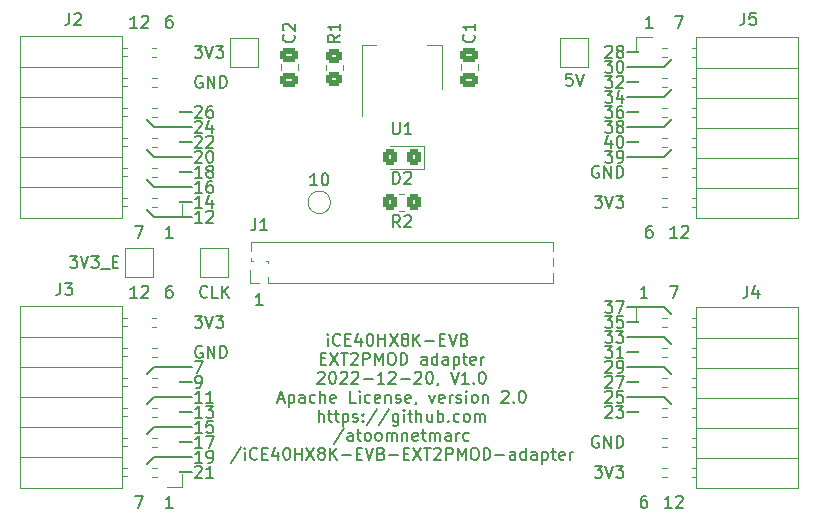
<source format=gto>
G04 #@! TF.GenerationSoftware,KiCad,Pcbnew,(6.0.9)*
G04 #@! TF.CreationDate,2022-11-20T21:47:37+01:00*
G04 #@! TF.ProjectId,iCE40HX8K-EVB EXT2PMOD adapter,69434534-3048-4583-984b-2d4556422045,V1.0*
G04 #@! TF.SameCoordinates,Original*
G04 #@! TF.FileFunction,Legend,Top*
G04 #@! TF.FilePolarity,Positive*
%FSLAX46Y46*%
G04 Gerber Fmt 4.6, Leading zero omitted, Abs format (unit mm)*
G04 Created by KiCad (PCBNEW (6.0.9)) date 2022-11-20 21:47:37*
%MOMM*%
%LPD*%
G01*
G04 APERTURE LIST*
G04 Aperture macros list*
%AMRoundRect*
0 Rectangle with rounded corners*
0 $1 Rounding radius*
0 $2 $3 $4 $5 $6 $7 $8 $9 X,Y pos of 4 corners*
0 Add a 4 corners polygon primitive as box body*
4,1,4,$2,$3,$4,$5,$6,$7,$8,$9,$2,$3,0*
0 Add four circle primitives for the rounded corners*
1,1,$1+$1,$2,$3*
1,1,$1+$1,$4,$5*
1,1,$1+$1,$6,$7*
1,1,$1+$1,$8,$9*
0 Add four rect primitives between the rounded corners*
20,1,$1+$1,$2,$3,$4,$5,0*
20,1,$1+$1,$4,$5,$6,$7,0*
20,1,$1+$1,$6,$7,$8,$9,0*
20,1,$1+$1,$8,$9,$2,$3,0*%
G04 Aperture macros list end*
%ADD10C,0.150000*%
%ADD11C,0.120000*%
%ADD12C,1.500000*%
%ADD13R,2.000000X2.000000*%
%ADD14R,1.700000X1.700000*%
%ADD15O,1.700000X1.700000*%
%ADD16R,3.800000X2.000000*%
%ADD17R,1.500000X2.000000*%
%ADD18RoundRect,0.250000X0.350000X0.450000X-0.350000X0.450000X-0.350000X-0.450000X0.350000X-0.450000X0*%
%ADD19RoundRect,0.250000X0.450000X-0.350000X0.450000X0.350000X-0.450000X0.350000X-0.450000X-0.350000X0*%
%ADD20RoundRect,0.250000X0.325000X0.450000X-0.325000X0.450000X-0.325000X-0.450000X0.325000X-0.450000X0*%
%ADD21RoundRect,0.250000X-0.475000X0.337500X-0.475000X-0.337500X0.475000X-0.337500X0.475000X0.337500X0*%
%ADD22RoundRect,0.250000X0.475000X-0.337500X0.475000X0.337500X-0.475000X0.337500X-0.475000X-0.337500X0*%
%ADD23R,1.000000X1.000000*%
%ADD24O,1.000000X1.000000*%
G04 APERTURE END LIST*
D10*
X157289523Y-89987380D02*
X156718095Y-89987380D01*
X157003809Y-89987380D02*
X157003809Y-88987380D01*
X156908571Y-89130238D01*
X156813333Y-89225476D01*
X156718095Y-89273095D01*
X157908571Y-88987380D02*
X158003809Y-88987380D01*
X158099047Y-89035000D01*
X158146666Y-89082619D01*
X158194285Y-89177857D01*
X158241904Y-89368333D01*
X158241904Y-89606428D01*
X158194285Y-89796904D01*
X158146666Y-89892142D01*
X158099047Y-89939761D01*
X158003809Y-89987380D01*
X157908571Y-89987380D01*
X157813333Y-89939761D01*
X157765714Y-89892142D01*
X157718095Y-89796904D01*
X157670476Y-89606428D01*
X157670476Y-89368333D01*
X157718095Y-89177857D01*
X157765714Y-89082619D01*
X157813333Y-89035000D01*
X157908571Y-88987380D01*
X183515000Y-78740000D02*
X185420000Y-78740000D01*
X183515000Y-80010000D02*
X186690000Y-80010000D01*
X186690000Y-80010000D02*
X187960000Y-78740000D01*
X183515000Y-81280000D02*
X185420000Y-81280000D01*
X183515000Y-82550000D02*
X186690000Y-82550000D01*
X186690000Y-82550000D02*
X187960000Y-81280000D01*
X183515000Y-83820000D02*
X185420000Y-83820000D01*
X183515000Y-85090000D02*
X186690000Y-85090000D01*
X186690000Y-85090000D02*
X187960000Y-83820000D01*
X183515000Y-86360000D02*
X185420000Y-86360000D01*
X186690000Y-87630000D02*
X187960000Y-86360000D01*
X183515000Y-87630000D02*
X186690000Y-87630000D01*
X181703214Y-78287619D02*
X181750833Y-78240000D01*
X181846071Y-78192380D01*
X182084166Y-78192380D01*
X182179404Y-78240000D01*
X182227023Y-78287619D01*
X182274642Y-78382857D01*
X182274642Y-78478095D01*
X182227023Y-78620952D01*
X181655595Y-79192380D01*
X182274642Y-79192380D01*
X182846071Y-78620952D02*
X182750833Y-78573333D01*
X182703214Y-78525714D01*
X182655595Y-78430476D01*
X182655595Y-78382857D01*
X182703214Y-78287619D01*
X182750833Y-78240000D01*
X182846071Y-78192380D01*
X183036547Y-78192380D01*
X183131785Y-78240000D01*
X183179404Y-78287619D01*
X183227023Y-78382857D01*
X183227023Y-78430476D01*
X183179404Y-78525714D01*
X183131785Y-78573333D01*
X183036547Y-78620952D01*
X182846071Y-78620952D01*
X182750833Y-78668571D01*
X182703214Y-78716190D01*
X182655595Y-78811428D01*
X182655595Y-79001904D01*
X182703214Y-79097142D01*
X182750833Y-79144761D01*
X182846071Y-79192380D01*
X183036547Y-79192380D01*
X183131785Y-79144761D01*
X183179404Y-79097142D01*
X183227023Y-79001904D01*
X183227023Y-78811428D01*
X183179404Y-78716190D01*
X183131785Y-78668571D01*
X183036547Y-78620952D01*
X181655595Y-79462380D02*
X182274642Y-79462380D01*
X181941309Y-79843333D01*
X182084166Y-79843333D01*
X182179404Y-79890952D01*
X182227023Y-79938571D01*
X182274642Y-80033809D01*
X182274642Y-80271904D01*
X182227023Y-80367142D01*
X182179404Y-80414761D01*
X182084166Y-80462380D01*
X181798452Y-80462380D01*
X181703214Y-80414761D01*
X181655595Y-80367142D01*
X182893690Y-79462380D02*
X182988928Y-79462380D01*
X183084166Y-79510000D01*
X183131785Y-79557619D01*
X183179404Y-79652857D01*
X183227023Y-79843333D01*
X183227023Y-80081428D01*
X183179404Y-80271904D01*
X183131785Y-80367142D01*
X183084166Y-80414761D01*
X182988928Y-80462380D01*
X182893690Y-80462380D01*
X182798452Y-80414761D01*
X182750833Y-80367142D01*
X182703214Y-80271904D01*
X182655595Y-80081428D01*
X182655595Y-79843333D01*
X182703214Y-79652857D01*
X182750833Y-79557619D01*
X182798452Y-79510000D01*
X182893690Y-79462380D01*
X181655595Y-80732380D02*
X182274642Y-80732380D01*
X181941309Y-81113333D01*
X182084166Y-81113333D01*
X182179404Y-81160952D01*
X182227023Y-81208571D01*
X182274642Y-81303809D01*
X182274642Y-81541904D01*
X182227023Y-81637142D01*
X182179404Y-81684761D01*
X182084166Y-81732380D01*
X181798452Y-81732380D01*
X181703214Y-81684761D01*
X181655595Y-81637142D01*
X182655595Y-80827619D02*
X182703214Y-80780000D01*
X182798452Y-80732380D01*
X183036547Y-80732380D01*
X183131785Y-80780000D01*
X183179404Y-80827619D01*
X183227023Y-80922857D01*
X183227023Y-81018095D01*
X183179404Y-81160952D01*
X182607976Y-81732380D01*
X183227023Y-81732380D01*
X181655595Y-82002380D02*
X182274642Y-82002380D01*
X181941309Y-82383333D01*
X182084166Y-82383333D01*
X182179404Y-82430952D01*
X182227023Y-82478571D01*
X182274642Y-82573809D01*
X182274642Y-82811904D01*
X182227023Y-82907142D01*
X182179404Y-82954761D01*
X182084166Y-83002380D01*
X181798452Y-83002380D01*
X181703214Y-82954761D01*
X181655595Y-82907142D01*
X183131785Y-82335714D02*
X183131785Y-83002380D01*
X182893690Y-81954761D02*
X182655595Y-82669047D01*
X183274642Y-82669047D01*
X181655595Y-83272380D02*
X182274642Y-83272380D01*
X181941309Y-83653333D01*
X182084166Y-83653333D01*
X182179404Y-83700952D01*
X182227023Y-83748571D01*
X182274642Y-83843809D01*
X182274642Y-84081904D01*
X182227023Y-84177142D01*
X182179404Y-84224761D01*
X182084166Y-84272380D01*
X181798452Y-84272380D01*
X181703214Y-84224761D01*
X181655595Y-84177142D01*
X183131785Y-83272380D02*
X182941309Y-83272380D01*
X182846071Y-83320000D01*
X182798452Y-83367619D01*
X182703214Y-83510476D01*
X182655595Y-83700952D01*
X182655595Y-84081904D01*
X182703214Y-84177142D01*
X182750833Y-84224761D01*
X182846071Y-84272380D01*
X183036547Y-84272380D01*
X183131785Y-84224761D01*
X183179404Y-84177142D01*
X183227023Y-84081904D01*
X183227023Y-83843809D01*
X183179404Y-83748571D01*
X183131785Y-83700952D01*
X183036547Y-83653333D01*
X182846071Y-83653333D01*
X182750833Y-83700952D01*
X182703214Y-83748571D01*
X182655595Y-83843809D01*
X181655595Y-84542380D02*
X182274642Y-84542380D01*
X181941309Y-84923333D01*
X182084166Y-84923333D01*
X182179404Y-84970952D01*
X182227023Y-85018571D01*
X182274642Y-85113809D01*
X182274642Y-85351904D01*
X182227023Y-85447142D01*
X182179404Y-85494761D01*
X182084166Y-85542380D01*
X181798452Y-85542380D01*
X181703214Y-85494761D01*
X181655595Y-85447142D01*
X182846071Y-84970952D02*
X182750833Y-84923333D01*
X182703214Y-84875714D01*
X182655595Y-84780476D01*
X182655595Y-84732857D01*
X182703214Y-84637619D01*
X182750833Y-84590000D01*
X182846071Y-84542380D01*
X183036547Y-84542380D01*
X183131785Y-84590000D01*
X183179404Y-84637619D01*
X183227023Y-84732857D01*
X183227023Y-84780476D01*
X183179404Y-84875714D01*
X183131785Y-84923333D01*
X183036547Y-84970952D01*
X182846071Y-84970952D01*
X182750833Y-85018571D01*
X182703214Y-85066190D01*
X182655595Y-85161428D01*
X182655595Y-85351904D01*
X182703214Y-85447142D01*
X182750833Y-85494761D01*
X182846071Y-85542380D01*
X183036547Y-85542380D01*
X183131785Y-85494761D01*
X183179404Y-85447142D01*
X183227023Y-85351904D01*
X183227023Y-85161428D01*
X183179404Y-85066190D01*
X183131785Y-85018571D01*
X183036547Y-84970952D01*
X181655595Y-87082380D02*
X182274642Y-87082380D01*
X181941309Y-87463333D01*
X182084166Y-87463333D01*
X182179404Y-87510952D01*
X182227023Y-87558571D01*
X182274642Y-87653809D01*
X182274642Y-87891904D01*
X182227023Y-87987142D01*
X182179404Y-88034761D01*
X182084166Y-88082380D01*
X181798452Y-88082380D01*
X181703214Y-88034761D01*
X181655595Y-87987142D01*
X182750833Y-88082380D02*
X182941309Y-88082380D01*
X183036547Y-88034761D01*
X183084166Y-87987142D01*
X183179404Y-87844285D01*
X183227023Y-87653809D01*
X183227023Y-87272857D01*
X183179404Y-87177619D01*
X183131785Y-87130000D01*
X183036547Y-87082380D01*
X182846071Y-87082380D01*
X182750833Y-87130000D01*
X182703214Y-87177619D01*
X182655595Y-87272857D01*
X182655595Y-87510952D01*
X182703214Y-87606190D01*
X182750833Y-87653809D01*
X182846071Y-87701428D01*
X183036547Y-87701428D01*
X183131785Y-87653809D01*
X183179404Y-87606190D01*
X183227023Y-87510952D01*
X182179404Y-86145714D02*
X182179404Y-86812380D01*
X181941309Y-85764761D02*
X181703214Y-86479047D01*
X182322261Y-86479047D01*
X182893690Y-85812380D02*
X182988928Y-85812380D01*
X183084166Y-85860000D01*
X183131785Y-85907619D01*
X183179404Y-86002857D01*
X183227023Y-86193333D01*
X183227023Y-86431428D01*
X183179404Y-86621904D01*
X183131785Y-86717142D01*
X183084166Y-86764761D01*
X182988928Y-86812380D01*
X182893690Y-86812380D01*
X182798452Y-86764761D01*
X182750833Y-86717142D01*
X182703214Y-86621904D01*
X182655595Y-86431428D01*
X182655595Y-86193333D01*
X182703214Y-86002857D01*
X182750833Y-85907619D01*
X182798452Y-85860000D01*
X182893690Y-85812380D01*
X183515000Y-100330000D02*
X186690000Y-100330000D01*
X183515000Y-101600000D02*
X185420000Y-101600000D01*
X186690000Y-100330000D02*
X187960000Y-101600000D01*
X183515000Y-102870000D02*
X186690000Y-102870000D01*
X183515000Y-104140000D02*
X185420000Y-104140000D01*
X186690000Y-102870000D02*
X187960000Y-104140000D01*
X183515000Y-105410000D02*
X186690000Y-105410000D01*
X183515000Y-106680000D02*
X185420000Y-106680000D01*
X186690000Y-105410000D02*
X187960000Y-106680000D01*
X186690000Y-107950000D02*
X187960000Y-109220000D01*
X183515000Y-107950000D02*
X186690000Y-107950000D01*
X183515000Y-109220000D02*
X185420000Y-109220000D01*
X181655595Y-99782380D02*
X182274642Y-99782380D01*
X181941309Y-100163333D01*
X182084166Y-100163333D01*
X182179404Y-100210952D01*
X182227023Y-100258571D01*
X182274642Y-100353809D01*
X182274642Y-100591904D01*
X182227023Y-100687142D01*
X182179404Y-100734761D01*
X182084166Y-100782380D01*
X181798452Y-100782380D01*
X181703214Y-100734761D01*
X181655595Y-100687142D01*
X182607976Y-99782380D02*
X183274642Y-99782380D01*
X182846071Y-100782380D01*
X181655595Y-101052380D02*
X182274642Y-101052380D01*
X181941309Y-101433333D01*
X182084166Y-101433333D01*
X182179404Y-101480952D01*
X182227023Y-101528571D01*
X182274642Y-101623809D01*
X182274642Y-101861904D01*
X182227023Y-101957142D01*
X182179404Y-102004761D01*
X182084166Y-102052380D01*
X181798452Y-102052380D01*
X181703214Y-102004761D01*
X181655595Y-101957142D01*
X183179404Y-101052380D02*
X182703214Y-101052380D01*
X182655595Y-101528571D01*
X182703214Y-101480952D01*
X182798452Y-101433333D01*
X183036547Y-101433333D01*
X183131785Y-101480952D01*
X183179404Y-101528571D01*
X183227023Y-101623809D01*
X183227023Y-101861904D01*
X183179404Y-101957142D01*
X183131785Y-102004761D01*
X183036547Y-102052380D01*
X182798452Y-102052380D01*
X182703214Y-102004761D01*
X182655595Y-101957142D01*
X181655595Y-102322380D02*
X182274642Y-102322380D01*
X181941309Y-102703333D01*
X182084166Y-102703333D01*
X182179404Y-102750952D01*
X182227023Y-102798571D01*
X182274642Y-102893809D01*
X182274642Y-103131904D01*
X182227023Y-103227142D01*
X182179404Y-103274761D01*
X182084166Y-103322380D01*
X181798452Y-103322380D01*
X181703214Y-103274761D01*
X181655595Y-103227142D01*
X182607976Y-102322380D02*
X183227023Y-102322380D01*
X182893690Y-102703333D01*
X183036547Y-102703333D01*
X183131785Y-102750952D01*
X183179404Y-102798571D01*
X183227023Y-102893809D01*
X183227023Y-103131904D01*
X183179404Y-103227142D01*
X183131785Y-103274761D01*
X183036547Y-103322380D01*
X182750833Y-103322380D01*
X182655595Y-103274761D01*
X182607976Y-103227142D01*
X181655595Y-103592380D02*
X182274642Y-103592380D01*
X181941309Y-103973333D01*
X182084166Y-103973333D01*
X182179404Y-104020952D01*
X182227023Y-104068571D01*
X182274642Y-104163809D01*
X182274642Y-104401904D01*
X182227023Y-104497142D01*
X182179404Y-104544761D01*
X182084166Y-104592380D01*
X181798452Y-104592380D01*
X181703214Y-104544761D01*
X181655595Y-104497142D01*
X183227023Y-104592380D02*
X182655595Y-104592380D01*
X182941309Y-104592380D02*
X182941309Y-103592380D01*
X182846071Y-103735238D01*
X182750833Y-103830476D01*
X182655595Y-103878095D01*
X181703214Y-104957619D02*
X181750833Y-104910000D01*
X181846071Y-104862380D01*
X182084166Y-104862380D01*
X182179404Y-104910000D01*
X182227023Y-104957619D01*
X182274642Y-105052857D01*
X182274642Y-105148095D01*
X182227023Y-105290952D01*
X181655595Y-105862380D01*
X182274642Y-105862380D01*
X182750833Y-105862380D02*
X182941309Y-105862380D01*
X183036547Y-105814761D01*
X183084166Y-105767142D01*
X183179404Y-105624285D01*
X183227023Y-105433809D01*
X183227023Y-105052857D01*
X183179404Y-104957619D01*
X183131785Y-104910000D01*
X183036547Y-104862380D01*
X182846071Y-104862380D01*
X182750833Y-104910000D01*
X182703214Y-104957619D01*
X182655595Y-105052857D01*
X182655595Y-105290952D01*
X182703214Y-105386190D01*
X182750833Y-105433809D01*
X182846071Y-105481428D01*
X183036547Y-105481428D01*
X183131785Y-105433809D01*
X183179404Y-105386190D01*
X183227023Y-105290952D01*
X181703214Y-106227619D02*
X181750833Y-106180000D01*
X181846071Y-106132380D01*
X182084166Y-106132380D01*
X182179404Y-106180000D01*
X182227023Y-106227619D01*
X182274642Y-106322857D01*
X182274642Y-106418095D01*
X182227023Y-106560952D01*
X181655595Y-107132380D01*
X182274642Y-107132380D01*
X182607976Y-106132380D02*
X183274642Y-106132380D01*
X182846071Y-107132380D01*
X181703214Y-107497619D02*
X181750833Y-107450000D01*
X181846071Y-107402380D01*
X182084166Y-107402380D01*
X182179404Y-107450000D01*
X182227023Y-107497619D01*
X182274642Y-107592857D01*
X182274642Y-107688095D01*
X182227023Y-107830952D01*
X181655595Y-108402380D01*
X182274642Y-108402380D01*
X183179404Y-107402380D02*
X182703214Y-107402380D01*
X182655595Y-107878571D01*
X182703214Y-107830952D01*
X182798452Y-107783333D01*
X183036547Y-107783333D01*
X183131785Y-107830952D01*
X183179404Y-107878571D01*
X183227023Y-107973809D01*
X183227023Y-108211904D01*
X183179404Y-108307142D01*
X183131785Y-108354761D01*
X183036547Y-108402380D01*
X182798452Y-108402380D01*
X182703214Y-108354761D01*
X182655595Y-108307142D01*
X181703214Y-108767619D02*
X181750833Y-108720000D01*
X181846071Y-108672380D01*
X182084166Y-108672380D01*
X182179404Y-108720000D01*
X182227023Y-108767619D01*
X182274642Y-108862857D01*
X182274642Y-108958095D01*
X182227023Y-109100952D01*
X181655595Y-109672380D01*
X182274642Y-109672380D01*
X182607976Y-108672380D02*
X183227023Y-108672380D01*
X182893690Y-109053333D01*
X183036547Y-109053333D01*
X183131785Y-109100952D01*
X183179404Y-109148571D01*
X183227023Y-109243809D01*
X183227023Y-109481904D01*
X183179404Y-109577142D01*
X183131785Y-109624761D01*
X183036547Y-109672380D01*
X182750833Y-109672380D01*
X182655595Y-109624761D01*
X182607976Y-109577142D01*
X146685000Y-83820000D02*
X144780000Y-83820000D01*
X143510000Y-85090000D02*
X142240000Y-83820000D01*
X146685000Y-85090000D02*
X143510000Y-85090000D01*
X146685000Y-86360000D02*
X144780000Y-86360000D01*
X143510000Y-87630000D02*
X142240000Y-86360000D01*
X146685000Y-87630000D02*
X143510000Y-87630000D01*
X146685000Y-91440000D02*
X144780000Y-91440000D01*
X143510000Y-92710000D02*
X142240000Y-91440000D01*
X146685000Y-92710000D02*
X143510000Y-92710000D01*
X146685000Y-88900000D02*
X144780000Y-88900000D01*
X143510000Y-90170000D02*
X142240000Y-88900000D01*
X146685000Y-90170000D02*
X143510000Y-90170000D01*
X146972976Y-84637619D02*
X147020595Y-84590000D01*
X147115833Y-84542380D01*
X147353928Y-84542380D01*
X147449166Y-84590000D01*
X147496785Y-84637619D01*
X147544404Y-84732857D01*
X147544404Y-84828095D01*
X147496785Y-84970952D01*
X146925357Y-85542380D01*
X147544404Y-85542380D01*
X148401547Y-84875714D02*
X148401547Y-85542380D01*
X148163452Y-84494761D02*
X147925357Y-85209047D01*
X148544404Y-85209047D01*
X146972976Y-83367619D02*
X147020595Y-83320000D01*
X147115833Y-83272380D01*
X147353928Y-83272380D01*
X147449166Y-83320000D01*
X147496785Y-83367619D01*
X147544404Y-83462857D01*
X147544404Y-83558095D01*
X147496785Y-83700952D01*
X146925357Y-84272380D01*
X147544404Y-84272380D01*
X148401547Y-83272380D02*
X148211071Y-83272380D01*
X148115833Y-83320000D01*
X148068214Y-83367619D01*
X147972976Y-83510476D01*
X147925357Y-83700952D01*
X147925357Y-84081904D01*
X147972976Y-84177142D01*
X148020595Y-84224761D01*
X148115833Y-84272380D01*
X148306309Y-84272380D01*
X148401547Y-84224761D01*
X148449166Y-84177142D01*
X148496785Y-84081904D01*
X148496785Y-83843809D01*
X148449166Y-83748571D01*
X148401547Y-83700952D01*
X148306309Y-83653333D01*
X148115833Y-83653333D01*
X148020595Y-83700952D01*
X147972976Y-83748571D01*
X147925357Y-83843809D01*
X146972976Y-87177619D02*
X147020595Y-87130000D01*
X147115833Y-87082380D01*
X147353928Y-87082380D01*
X147449166Y-87130000D01*
X147496785Y-87177619D01*
X147544404Y-87272857D01*
X147544404Y-87368095D01*
X147496785Y-87510952D01*
X146925357Y-88082380D01*
X147544404Y-88082380D01*
X148163452Y-87082380D02*
X148258690Y-87082380D01*
X148353928Y-87130000D01*
X148401547Y-87177619D01*
X148449166Y-87272857D01*
X148496785Y-87463333D01*
X148496785Y-87701428D01*
X148449166Y-87891904D01*
X148401547Y-87987142D01*
X148353928Y-88034761D01*
X148258690Y-88082380D01*
X148163452Y-88082380D01*
X148068214Y-88034761D01*
X148020595Y-87987142D01*
X147972976Y-87891904D01*
X147925357Y-87701428D01*
X147925357Y-87463333D01*
X147972976Y-87272857D01*
X148020595Y-87177619D01*
X148068214Y-87130000D01*
X148163452Y-87082380D01*
X146972976Y-85907619D02*
X147020595Y-85860000D01*
X147115833Y-85812380D01*
X147353928Y-85812380D01*
X147449166Y-85860000D01*
X147496785Y-85907619D01*
X147544404Y-86002857D01*
X147544404Y-86098095D01*
X147496785Y-86240952D01*
X146925357Y-86812380D01*
X147544404Y-86812380D01*
X147925357Y-85907619D02*
X147972976Y-85860000D01*
X148068214Y-85812380D01*
X148306309Y-85812380D01*
X148401547Y-85860000D01*
X148449166Y-85907619D01*
X148496785Y-86002857D01*
X148496785Y-86098095D01*
X148449166Y-86240952D01*
X147877738Y-86812380D01*
X148496785Y-86812380D01*
X147544404Y-90622380D02*
X146972976Y-90622380D01*
X147258690Y-90622380D02*
X147258690Y-89622380D01*
X147163452Y-89765238D01*
X147068214Y-89860476D01*
X146972976Y-89908095D01*
X148401547Y-89622380D02*
X148211071Y-89622380D01*
X148115833Y-89670000D01*
X148068214Y-89717619D01*
X147972976Y-89860476D01*
X147925357Y-90050952D01*
X147925357Y-90431904D01*
X147972976Y-90527142D01*
X148020595Y-90574761D01*
X148115833Y-90622380D01*
X148306309Y-90622380D01*
X148401547Y-90574761D01*
X148449166Y-90527142D01*
X148496785Y-90431904D01*
X148496785Y-90193809D01*
X148449166Y-90098571D01*
X148401547Y-90050952D01*
X148306309Y-90003333D01*
X148115833Y-90003333D01*
X148020595Y-90050952D01*
X147972976Y-90098571D01*
X147925357Y-90193809D01*
X147544404Y-89352380D02*
X146972976Y-89352380D01*
X147258690Y-89352380D02*
X147258690Y-88352380D01*
X147163452Y-88495238D01*
X147068214Y-88590476D01*
X146972976Y-88638095D01*
X148115833Y-88780952D02*
X148020595Y-88733333D01*
X147972976Y-88685714D01*
X147925357Y-88590476D01*
X147925357Y-88542857D01*
X147972976Y-88447619D01*
X148020595Y-88400000D01*
X148115833Y-88352380D01*
X148306309Y-88352380D01*
X148401547Y-88400000D01*
X148449166Y-88447619D01*
X148496785Y-88542857D01*
X148496785Y-88590476D01*
X148449166Y-88685714D01*
X148401547Y-88733333D01*
X148306309Y-88780952D01*
X148115833Y-88780952D01*
X148020595Y-88828571D01*
X147972976Y-88876190D01*
X147925357Y-88971428D01*
X147925357Y-89161904D01*
X147972976Y-89257142D01*
X148020595Y-89304761D01*
X148115833Y-89352380D01*
X148306309Y-89352380D01*
X148401547Y-89304761D01*
X148449166Y-89257142D01*
X148496785Y-89161904D01*
X148496785Y-88971428D01*
X148449166Y-88876190D01*
X148401547Y-88828571D01*
X148306309Y-88780952D01*
X147544404Y-93162380D02*
X146972976Y-93162380D01*
X147258690Y-93162380D02*
X147258690Y-92162380D01*
X147163452Y-92305238D01*
X147068214Y-92400476D01*
X146972976Y-92448095D01*
X147925357Y-92257619D02*
X147972976Y-92210000D01*
X148068214Y-92162380D01*
X148306309Y-92162380D01*
X148401547Y-92210000D01*
X148449166Y-92257619D01*
X148496785Y-92352857D01*
X148496785Y-92448095D01*
X148449166Y-92590952D01*
X147877738Y-93162380D01*
X148496785Y-93162380D01*
X147544404Y-91892380D02*
X146972976Y-91892380D01*
X147258690Y-91892380D02*
X147258690Y-90892380D01*
X147163452Y-91035238D01*
X147068214Y-91130476D01*
X146972976Y-91178095D01*
X148401547Y-91225714D02*
X148401547Y-91892380D01*
X148163452Y-90844761D02*
X147925357Y-91559047D01*
X148544404Y-91559047D01*
X146685000Y-114300000D02*
X144780000Y-114300000D01*
X146685000Y-111760000D02*
X144780000Y-111760000D01*
X146685000Y-109220000D02*
X144780000Y-109220000D01*
X146685000Y-106680000D02*
X144780000Y-106680000D01*
X146685000Y-113030000D02*
X143510000Y-113030000D01*
X143510000Y-113030000D02*
X142240000Y-114300000D01*
X143510000Y-110490000D02*
X142240000Y-111760000D01*
X146685000Y-110490000D02*
X143510000Y-110490000D01*
X146685000Y-107950000D02*
X143510000Y-107950000D01*
X143510000Y-107950000D02*
X142240000Y-109220000D01*
X143510000Y-105410000D02*
X142240000Y-106680000D01*
X146685000Y-105410000D02*
X143510000Y-105410000D01*
X146972976Y-113847619D02*
X147020595Y-113800000D01*
X147115833Y-113752380D01*
X147353928Y-113752380D01*
X147449166Y-113800000D01*
X147496785Y-113847619D01*
X147544404Y-113942857D01*
X147544404Y-114038095D01*
X147496785Y-114180952D01*
X146925357Y-114752380D01*
X147544404Y-114752380D01*
X148496785Y-114752380D02*
X147925357Y-114752380D01*
X148211071Y-114752380D02*
X148211071Y-113752380D01*
X148115833Y-113895238D01*
X148020595Y-113990476D01*
X147925357Y-114038095D01*
X147544404Y-113482380D02*
X146972976Y-113482380D01*
X147258690Y-113482380D02*
X147258690Y-112482380D01*
X147163452Y-112625238D01*
X147068214Y-112720476D01*
X146972976Y-112768095D01*
X148020595Y-113482380D02*
X148211071Y-113482380D01*
X148306309Y-113434761D01*
X148353928Y-113387142D01*
X148449166Y-113244285D01*
X148496785Y-113053809D01*
X148496785Y-112672857D01*
X148449166Y-112577619D01*
X148401547Y-112530000D01*
X148306309Y-112482380D01*
X148115833Y-112482380D01*
X148020595Y-112530000D01*
X147972976Y-112577619D01*
X147925357Y-112672857D01*
X147925357Y-112910952D01*
X147972976Y-113006190D01*
X148020595Y-113053809D01*
X148115833Y-113101428D01*
X148306309Y-113101428D01*
X148401547Y-113053809D01*
X148449166Y-113006190D01*
X148496785Y-112910952D01*
X147544404Y-112212380D02*
X146972976Y-112212380D01*
X147258690Y-112212380D02*
X147258690Y-111212380D01*
X147163452Y-111355238D01*
X147068214Y-111450476D01*
X146972976Y-111498095D01*
X147877738Y-111212380D02*
X148544404Y-111212380D01*
X148115833Y-112212380D01*
X147544404Y-110942380D02*
X146972976Y-110942380D01*
X147258690Y-110942380D02*
X147258690Y-109942380D01*
X147163452Y-110085238D01*
X147068214Y-110180476D01*
X146972976Y-110228095D01*
X148449166Y-109942380D02*
X147972976Y-109942380D01*
X147925357Y-110418571D01*
X147972976Y-110370952D01*
X148068214Y-110323333D01*
X148306309Y-110323333D01*
X148401547Y-110370952D01*
X148449166Y-110418571D01*
X148496785Y-110513809D01*
X148496785Y-110751904D01*
X148449166Y-110847142D01*
X148401547Y-110894761D01*
X148306309Y-110942380D01*
X148068214Y-110942380D01*
X147972976Y-110894761D01*
X147925357Y-110847142D01*
X147544404Y-109672380D02*
X146972976Y-109672380D01*
X147258690Y-109672380D02*
X147258690Y-108672380D01*
X147163452Y-108815238D01*
X147068214Y-108910476D01*
X146972976Y-108958095D01*
X147877738Y-108672380D02*
X148496785Y-108672380D01*
X148163452Y-109053333D01*
X148306309Y-109053333D01*
X148401547Y-109100952D01*
X148449166Y-109148571D01*
X148496785Y-109243809D01*
X148496785Y-109481904D01*
X148449166Y-109577142D01*
X148401547Y-109624761D01*
X148306309Y-109672380D01*
X148020595Y-109672380D01*
X147925357Y-109624761D01*
X147877738Y-109577142D01*
X147544404Y-108402380D02*
X146972976Y-108402380D01*
X147258690Y-108402380D02*
X147258690Y-107402380D01*
X147163452Y-107545238D01*
X147068214Y-107640476D01*
X146972976Y-107688095D01*
X148496785Y-108402380D02*
X147925357Y-108402380D01*
X148211071Y-108402380D02*
X148211071Y-107402380D01*
X148115833Y-107545238D01*
X148020595Y-107640476D01*
X147925357Y-107688095D01*
X147068214Y-107132380D02*
X147258690Y-107132380D01*
X147353928Y-107084761D01*
X147401547Y-107037142D01*
X147496785Y-106894285D01*
X147544404Y-106703809D01*
X147544404Y-106322857D01*
X147496785Y-106227619D01*
X147449166Y-106180000D01*
X147353928Y-106132380D01*
X147163452Y-106132380D01*
X147068214Y-106180000D01*
X147020595Y-106227619D01*
X146972976Y-106322857D01*
X146972976Y-106560952D01*
X147020595Y-106656190D01*
X147068214Y-106703809D01*
X147163452Y-106751428D01*
X147353928Y-106751428D01*
X147449166Y-106703809D01*
X147496785Y-106656190D01*
X147544404Y-106560952D01*
X146925357Y-104862380D02*
X147592023Y-104862380D01*
X147163452Y-105862380D01*
X141906666Y-93432380D02*
X142573333Y-93432380D01*
X142144761Y-94432380D01*
X142049523Y-76652380D02*
X141478095Y-76652380D01*
X141763809Y-76652380D02*
X141763809Y-75652380D01*
X141668571Y-75795238D01*
X141573333Y-75890476D01*
X141478095Y-75938095D01*
X142430476Y-75747619D02*
X142478095Y-75700000D01*
X142573333Y-75652380D01*
X142811428Y-75652380D01*
X142906666Y-75700000D01*
X142954285Y-75747619D01*
X143001904Y-75842857D01*
X143001904Y-75938095D01*
X142954285Y-76080952D01*
X142382857Y-76652380D01*
X143001904Y-76652380D01*
X144970476Y-75652380D02*
X144780000Y-75652380D01*
X144684761Y-75700000D01*
X144637142Y-75747619D01*
X144541904Y-75890476D01*
X144494285Y-76080952D01*
X144494285Y-76461904D01*
X144541904Y-76557142D01*
X144589523Y-76604761D01*
X144684761Y-76652380D01*
X144875238Y-76652380D01*
X144970476Y-76604761D01*
X145018095Y-76557142D01*
X145065714Y-76461904D01*
X145065714Y-76223809D01*
X145018095Y-76128571D01*
X144970476Y-76080952D01*
X144875238Y-76033333D01*
X144684761Y-76033333D01*
X144589523Y-76080952D01*
X144541904Y-76128571D01*
X144494285Y-76223809D01*
X145065714Y-94432380D02*
X144494285Y-94432380D01*
X144780000Y-94432380D02*
X144780000Y-93432380D01*
X144684761Y-93575238D01*
X144589523Y-93670476D01*
X144494285Y-93718095D01*
X144970476Y-98512380D02*
X144780000Y-98512380D01*
X144684761Y-98560000D01*
X144637142Y-98607619D01*
X144541904Y-98750476D01*
X144494285Y-98940952D01*
X144494285Y-99321904D01*
X144541904Y-99417142D01*
X144589523Y-99464761D01*
X144684761Y-99512380D01*
X144875238Y-99512380D01*
X144970476Y-99464761D01*
X145018095Y-99417142D01*
X145065714Y-99321904D01*
X145065714Y-99083809D01*
X145018095Y-98988571D01*
X144970476Y-98940952D01*
X144875238Y-98893333D01*
X144684761Y-98893333D01*
X144589523Y-98940952D01*
X144541904Y-98988571D01*
X144494285Y-99083809D01*
X142049523Y-99512380D02*
X141478095Y-99512380D01*
X141763809Y-99512380D02*
X141763809Y-98512380D01*
X141668571Y-98655238D01*
X141573333Y-98750476D01*
X141478095Y-98798095D01*
X142430476Y-98607619D02*
X142478095Y-98560000D01*
X142573333Y-98512380D01*
X142811428Y-98512380D01*
X142906666Y-98560000D01*
X142954285Y-98607619D01*
X143001904Y-98702857D01*
X143001904Y-98798095D01*
X142954285Y-98940952D01*
X142382857Y-99512380D01*
X143001904Y-99512380D01*
X141906666Y-116292380D02*
X142573333Y-116292380D01*
X142144761Y-117292380D01*
X145065714Y-117292380D02*
X144494285Y-117292380D01*
X144780000Y-117292380D02*
X144780000Y-116292380D01*
X144684761Y-116435238D01*
X144589523Y-116530476D01*
X144494285Y-116578095D01*
X187181666Y-98512380D02*
X187848333Y-98512380D01*
X187419761Y-99512380D01*
X187324523Y-117292380D02*
X186753095Y-117292380D01*
X187038809Y-117292380D02*
X187038809Y-116292380D01*
X186943571Y-116435238D01*
X186848333Y-116530476D01*
X186753095Y-116578095D01*
X187705476Y-116387619D02*
X187753095Y-116340000D01*
X187848333Y-116292380D01*
X188086428Y-116292380D01*
X188181666Y-116340000D01*
X188229285Y-116387619D01*
X188276904Y-116482857D01*
X188276904Y-116578095D01*
X188229285Y-116720952D01*
X187657857Y-117292380D01*
X188276904Y-117292380D01*
X185165476Y-116292380D02*
X184975000Y-116292380D01*
X184879761Y-116340000D01*
X184832142Y-116387619D01*
X184736904Y-116530476D01*
X184689285Y-116720952D01*
X184689285Y-117101904D01*
X184736904Y-117197142D01*
X184784523Y-117244761D01*
X184879761Y-117292380D01*
X185070238Y-117292380D01*
X185165476Y-117244761D01*
X185213095Y-117197142D01*
X185260714Y-117101904D01*
X185260714Y-116863809D01*
X185213095Y-116768571D01*
X185165476Y-116720952D01*
X185070238Y-116673333D01*
X184879761Y-116673333D01*
X184784523Y-116720952D01*
X184736904Y-116768571D01*
X184689285Y-116863809D01*
X185260714Y-99512380D02*
X184689285Y-99512380D01*
X184975000Y-99512380D02*
X184975000Y-98512380D01*
X184879761Y-98655238D01*
X184784523Y-98750476D01*
X184689285Y-98798095D01*
X187626666Y-75652380D02*
X188293333Y-75652380D01*
X187864761Y-76652380D01*
X185705714Y-76652380D02*
X185134285Y-76652380D01*
X185420000Y-76652380D02*
X185420000Y-75652380D01*
X185324761Y-75795238D01*
X185229523Y-75890476D01*
X185134285Y-75938095D01*
X187769523Y-94432380D02*
X187198095Y-94432380D01*
X187483809Y-94432380D02*
X187483809Y-93432380D01*
X187388571Y-93575238D01*
X187293333Y-93670476D01*
X187198095Y-93718095D01*
X188150476Y-93527619D02*
X188198095Y-93480000D01*
X188293333Y-93432380D01*
X188531428Y-93432380D01*
X188626666Y-93480000D01*
X188674285Y-93527619D01*
X188721904Y-93622857D01*
X188721904Y-93718095D01*
X188674285Y-93860952D01*
X188102857Y-94432380D01*
X188721904Y-94432380D01*
X185610476Y-93432380D02*
X185420000Y-93432380D01*
X185324761Y-93480000D01*
X185277142Y-93527619D01*
X185181904Y-93670476D01*
X185134285Y-93860952D01*
X185134285Y-94241904D01*
X185181904Y-94337142D01*
X185229523Y-94384761D01*
X185324761Y-94432380D01*
X185515238Y-94432380D01*
X185610476Y-94384761D01*
X185658095Y-94337142D01*
X185705714Y-94241904D01*
X185705714Y-94003809D01*
X185658095Y-93908571D01*
X185610476Y-93860952D01*
X185515238Y-93813333D01*
X185324761Y-93813333D01*
X185229523Y-93860952D01*
X185181904Y-93908571D01*
X185134285Y-94003809D01*
X180798452Y-113752380D02*
X181417500Y-113752380D01*
X181084166Y-114133333D01*
X181227023Y-114133333D01*
X181322261Y-114180952D01*
X181369880Y-114228571D01*
X181417500Y-114323809D01*
X181417500Y-114561904D01*
X181369880Y-114657142D01*
X181322261Y-114704761D01*
X181227023Y-114752380D01*
X180941309Y-114752380D01*
X180846071Y-114704761D01*
X180798452Y-114657142D01*
X181703214Y-113752380D02*
X182036547Y-114752380D01*
X182369880Y-113752380D01*
X182607976Y-113752380D02*
X183227023Y-113752380D01*
X182893690Y-114133333D01*
X183036547Y-114133333D01*
X183131785Y-114180952D01*
X183179404Y-114228571D01*
X183227023Y-114323809D01*
X183227023Y-114561904D01*
X183179404Y-114657142D01*
X183131785Y-114704761D01*
X183036547Y-114752380D01*
X182750833Y-114752380D01*
X182655595Y-114704761D01*
X182607976Y-114657142D01*
X181131785Y-111260000D02*
X181036547Y-111212380D01*
X180893690Y-111212380D01*
X180750833Y-111260000D01*
X180655595Y-111355238D01*
X180607976Y-111450476D01*
X180560357Y-111640952D01*
X180560357Y-111783809D01*
X180607976Y-111974285D01*
X180655595Y-112069523D01*
X180750833Y-112164761D01*
X180893690Y-112212380D01*
X180988928Y-112212380D01*
X181131785Y-112164761D01*
X181179404Y-112117142D01*
X181179404Y-111783809D01*
X180988928Y-111783809D01*
X181607976Y-112212380D02*
X181607976Y-111212380D01*
X182179404Y-112212380D01*
X182179404Y-111212380D01*
X182655595Y-112212380D02*
X182655595Y-111212380D01*
X182893690Y-111212380D01*
X183036547Y-111260000D01*
X183131785Y-111355238D01*
X183179404Y-111450476D01*
X183227023Y-111640952D01*
X183227023Y-111783809D01*
X183179404Y-111974285D01*
X183131785Y-112069523D01*
X183036547Y-112164761D01*
X182893690Y-112212380D01*
X182655595Y-112212380D01*
X181131785Y-88400000D02*
X181036547Y-88352380D01*
X180893690Y-88352380D01*
X180750833Y-88400000D01*
X180655595Y-88495238D01*
X180607976Y-88590476D01*
X180560357Y-88780952D01*
X180560357Y-88923809D01*
X180607976Y-89114285D01*
X180655595Y-89209523D01*
X180750833Y-89304761D01*
X180893690Y-89352380D01*
X180988928Y-89352380D01*
X181131785Y-89304761D01*
X181179404Y-89257142D01*
X181179404Y-88923809D01*
X180988928Y-88923809D01*
X181607976Y-89352380D02*
X181607976Y-88352380D01*
X182179404Y-89352380D01*
X182179404Y-88352380D01*
X182655595Y-89352380D02*
X182655595Y-88352380D01*
X182893690Y-88352380D01*
X183036547Y-88400000D01*
X183131785Y-88495238D01*
X183179404Y-88590476D01*
X183227023Y-88780952D01*
X183227023Y-88923809D01*
X183179404Y-89114285D01*
X183131785Y-89209523D01*
X183036547Y-89304761D01*
X182893690Y-89352380D01*
X182655595Y-89352380D01*
X180798452Y-90892380D02*
X181417500Y-90892380D01*
X181084166Y-91273333D01*
X181227023Y-91273333D01*
X181322261Y-91320952D01*
X181369880Y-91368571D01*
X181417500Y-91463809D01*
X181417500Y-91701904D01*
X181369880Y-91797142D01*
X181322261Y-91844761D01*
X181227023Y-91892380D01*
X180941309Y-91892380D01*
X180846071Y-91844761D01*
X180798452Y-91797142D01*
X181703214Y-90892380D02*
X182036547Y-91892380D01*
X182369880Y-90892380D01*
X182607976Y-90892380D02*
X183227023Y-90892380D01*
X182893690Y-91273333D01*
X183036547Y-91273333D01*
X183131785Y-91320952D01*
X183179404Y-91368571D01*
X183227023Y-91463809D01*
X183227023Y-91701904D01*
X183179404Y-91797142D01*
X183131785Y-91844761D01*
X183036547Y-91892380D01*
X182750833Y-91892380D01*
X182655595Y-91844761D01*
X182607976Y-91797142D01*
X147544404Y-80780000D02*
X147449166Y-80732380D01*
X147306309Y-80732380D01*
X147163452Y-80780000D01*
X147068214Y-80875238D01*
X147020595Y-80970476D01*
X146972976Y-81160952D01*
X146972976Y-81303809D01*
X147020595Y-81494285D01*
X147068214Y-81589523D01*
X147163452Y-81684761D01*
X147306309Y-81732380D01*
X147401547Y-81732380D01*
X147544404Y-81684761D01*
X147592023Y-81637142D01*
X147592023Y-81303809D01*
X147401547Y-81303809D01*
X148020595Y-81732380D02*
X148020595Y-80732380D01*
X148592023Y-81732380D01*
X148592023Y-80732380D01*
X149068214Y-81732380D02*
X149068214Y-80732380D01*
X149306309Y-80732380D01*
X149449166Y-80780000D01*
X149544404Y-80875238D01*
X149592023Y-80970476D01*
X149639642Y-81160952D01*
X149639642Y-81303809D01*
X149592023Y-81494285D01*
X149544404Y-81589523D01*
X149449166Y-81684761D01*
X149306309Y-81732380D01*
X149068214Y-81732380D01*
X146925357Y-78192380D02*
X147544404Y-78192380D01*
X147211071Y-78573333D01*
X147353928Y-78573333D01*
X147449166Y-78620952D01*
X147496785Y-78668571D01*
X147544404Y-78763809D01*
X147544404Y-79001904D01*
X147496785Y-79097142D01*
X147449166Y-79144761D01*
X147353928Y-79192380D01*
X147068214Y-79192380D01*
X146972976Y-79144761D01*
X146925357Y-79097142D01*
X147830119Y-78192380D02*
X148163452Y-79192380D01*
X148496785Y-78192380D01*
X148734880Y-78192380D02*
X149353928Y-78192380D01*
X149020595Y-78573333D01*
X149163452Y-78573333D01*
X149258690Y-78620952D01*
X149306309Y-78668571D01*
X149353928Y-78763809D01*
X149353928Y-79001904D01*
X149306309Y-79097142D01*
X149258690Y-79144761D01*
X149163452Y-79192380D01*
X148877738Y-79192380D01*
X148782500Y-79144761D01*
X148734880Y-79097142D01*
X147544404Y-103640000D02*
X147449166Y-103592380D01*
X147306309Y-103592380D01*
X147163452Y-103640000D01*
X147068214Y-103735238D01*
X147020595Y-103830476D01*
X146972976Y-104020952D01*
X146972976Y-104163809D01*
X147020595Y-104354285D01*
X147068214Y-104449523D01*
X147163452Y-104544761D01*
X147306309Y-104592380D01*
X147401547Y-104592380D01*
X147544404Y-104544761D01*
X147592023Y-104497142D01*
X147592023Y-104163809D01*
X147401547Y-104163809D01*
X148020595Y-104592380D02*
X148020595Y-103592380D01*
X148592023Y-104592380D01*
X148592023Y-103592380D01*
X149068214Y-104592380D02*
X149068214Y-103592380D01*
X149306309Y-103592380D01*
X149449166Y-103640000D01*
X149544404Y-103735238D01*
X149592023Y-103830476D01*
X149639642Y-104020952D01*
X149639642Y-104163809D01*
X149592023Y-104354285D01*
X149544404Y-104449523D01*
X149449166Y-104544761D01*
X149306309Y-104592380D01*
X149068214Y-104592380D01*
X146925357Y-101052380D02*
X147544404Y-101052380D01*
X147211071Y-101433333D01*
X147353928Y-101433333D01*
X147449166Y-101480952D01*
X147496785Y-101528571D01*
X147544404Y-101623809D01*
X147544404Y-101861904D01*
X147496785Y-101957142D01*
X147449166Y-102004761D01*
X147353928Y-102052380D01*
X147068214Y-102052380D01*
X146972976Y-102004761D01*
X146925357Y-101957142D01*
X147830119Y-101052380D02*
X148163452Y-102052380D01*
X148496785Y-101052380D01*
X148734880Y-101052380D02*
X149353928Y-101052380D01*
X149020595Y-101433333D01*
X149163452Y-101433333D01*
X149258690Y-101480952D01*
X149306309Y-101528571D01*
X149353928Y-101623809D01*
X149353928Y-101861904D01*
X149306309Y-101957142D01*
X149258690Y-102004761D01*
X149163452Y-102052380D01*
X148877738Y-102052380D01*
X148782500Y-102004761D01*
X148734880Y-101957142D01*
X147994761Y-99417142D02*
X147947142Y-99464761D01*
X147804285Y-99512380D01*
X147709047Y-99512380D01*
X147566190Y-99464761D01*
X147470952Y-99369523D01*
X147423333Y-99274285D01*
X147375714Y-99083809D01*
X147375714Y-98940952D01*
X147423333Y-98750476D01*
X147470952Y-98655238D01*
X147566190Y-98560000D01*
X147709047Y-98512380D01*
X147804285Y-98512380D01*
X147947142Y-98560000D01*
X147994761Y-98607619D01*
X148899523Y-99512380D02*
X148423333Y-99512380D01*
X148423333Y-98512380D01*
X149232857Y-99512380D02*
X149232857Y-98512380D01*
X149804285Y-99512380D02*
X149375714Y-98940952D01*
X149804285Y-98512380D02*
X149232857Y-99083809D01*
X136358571Y-95972380D02*
X136977619Y-95972380D01*
X136644285Y-96353333D01*
X136787142Y-96353333D01*
X136882380Y-96400952D01*
X136930000Y-96448571D01*
X136977619Y-96543809D01*
X136977619Y-96781904D01*
X136930000Y-96877142D01*
X136882380Y-96924761D01*
X136787142Y-96972380D01*
X136501428Y-96972380D01*
X136406190Y-96924761D01*
X136358571Y-96877142D01*
X137263333Y-95972380D02*
X137596666Y-96972380D01*
X137930000Y-95972380D01*
X138168095Y-95972380D02*
X138787142Y-95972380D01*
X138453809Y-96353333D01*
X138596666Y-96353333D01*
X138691904Y-96400952D01*
X138739523Y-96448571D01*
X138787142Y-96543809D01*
X138787142Y-96781904D01*
X138739523Y-96877142D01*
X138691904Y-96924761D01*
X138596666Y-96972380D01*
X138310952Y-96972380D01*
X138215714Y-96924761D01*
X138168095Y-96877142D01*
X138977619Y-97067619D02*
X139739523Y-97067619D01*
X139977619Y-96448571D02*
X140310952Y-96448571D01*
X140453809Y-96972380D02*
X139977619Y-96972380D01*
X139977619Y-95972380D01*
X140453809Y-95972380D01*
X178879523Y-80557380D02*
X178403333Y-80557380D01*
X178355714Y-81033571D01*
X178403333Y-80985952D01*
X178498571Y-80938333D01*
X178736666Y-80938333D01*
X178831904Y-80985952D01*
X178879523Y-81033571D01*
X178927142Y-81128809D01*
X178927142Y-81366904D01*
X178879523Y-81462142D01*
X178831904Y-81509761D01*
X178736666Y-81557380D01*
X178498571Y-81557380D01*
X178403333Y-81509761D01*
X178355714Y-81462142D01*
X179212857Y-80557380D02*
X179546190Y-81557380D01*
X179879523Y-80557380D01*
X158203095Y-103572380D02*
X158203095Y-102905714D01*
X158203095Y-102572380D02*
X158155476Y-102620000D01*
X158203095Y-102667619D01*
X158250714Y-102620000D01*
X158203095Y-102572380D01*
X158203095Y-102667619D01*
X159250714Y-103477142D02*
X159203095Y-103524761D01*
X159060238Y-103572380D01*
X158965000Y-103572380D01*
X158822142Y-103524761D01*
X158726904Y-103429523D01*
X158679285Y-103334285D01*
X158631666Y-103143809D01*
X158631666Y-103000952D01*
X158679285Y-102810476D01*
X158726904Y-102715238D01*
X158822142Y-102620000D01*
X158965000Y-102572380D01*
X159060238Y-102572380D01*
X159203095Y-102620000D01*
X159250714Y-102667619D01*
X159679285Y-103048571D02*
X160012619Y-103048571D01*
X160155476Y-103572380D02*
X159679285Y-103572380D01*
X159679285Y-102572380D01*
X160155476Y-102572380D01*
X161012619Y-102905714D02*
X161012619Y-103572380D01*
X160774523Y-102524761D02*
X160536428Y-103239047D01*
X161155476Y-103239047D01*
X161726904Y-102572380D02*
X161822142Y-102572380D01*
X161917380Y-102620000D01*
X161965000Y-102667619D01*
X162012619Y-102762857D01*
X162060238Y-102953333D01*
X162060238Y-103191428D01*
X162012619Y-103381904D01*
X161965000Y-103477142D01*
X161917380Y-103524761D01*
X161822142Y-103572380D01*
X161726904Y-103572380D01*
X161631666Y-103524761D01*
X161584047Y-103477142D01*
X161536428Y-103381904D01*
X161488809Y-103191428D01*
X161488809Y-102953333D01*
X161536428Y-102762857D01*
X161584047Y-102667619D01*
X161631666Y-102620000D01*
X161726904Y-102572380D01*
X162488809Y-103572380D02*
X162488809Y-102572380D01*
X162488809Y-103048571D02*
X163060238Y-103048571D01*
X163060238Y-103572380D02*
X163060238Y-102572380D01*
X163441190Y-102572380D02*
X164107857Y-103572380D01*
X164107857Y-102572380D02*
X163441190Y-103572380D01*
X164631666Y-103000952D02*
X164536428Y-102953333D01*
X164488809Y-102905714D01*
X164441190Y-102810476D01*
X164441190Y-102762857D01*
X164488809Y-102667619D01*
X164536428Y-102620000D01*
X164631666Y-102572380D01*
X164822142Y-102572380D01*
X164917380Y-102620000D01*
X164965000Y-102667619D01*
X165012619Y-102762857D01*
X165012619Y-102810476D01*
X164965000Y-102905714D01*
X164917380Y-102953333D01*
X164822142Y-103000952D01*
X164631666Y-103000952D01*
X164536428Y-103048571D01*
X164488809Y-103096190D01*
X164441190Y-103191428D01*
X164441190Y-103381904D01*
X164488809Y-103477142D01*
X164536428Y-103524761D01*
X164631666Y-103572380D01*
X164822142Y-103572380D01*
X164917380Y-103524761D01*
X164965000Y-103477142D01*
X165012619Y-103381904D01*
X165012619Y-103191428D01*
X164965000Y-103096190D01*
X164917380Y-103048571D01*
X164822142Y-103000952D01*
X165441190Y-103572380D02*
X165441190Y-102572380D01*
X166012619Y-103572380D02*
X165584047Y-103000952D01*
X166012619Y-102572380D02*
X165441190Y-103143809D01*
X166441190Y-103191428D02*
X167203095Y-103191428D01*
X167679285Y-103048571D02*
X168012619Y-103048571D01*
X168155476Y-103572380D02*
X167679285Y-103572380D01*
X167679285Y-102572380D01*
X168155476Y-102572380D01*
X168441190Y-102572380D02*
X168774523Y-103572380D01*
X169107857Y-102572380D01*
X169774523Y-103048571D02*
X169917380Y-103096190D01*
X169965000Y-103143809D01*
X170012619Y-103239047D01*
X170012619Y-103381904D01*
X169965000Y-103477142D01*
X169917380Y-103524761D01*
X169822142Y-103572380D01*
X169441190Y-103572380D01*
X169441190Y-102572380D01*
X169774523Y-102572380D01*
X169869761Y-102620000D01*
X169917380Y-102667619D01*
X169965000Y-102762857D01*
X169965000Y-102858095D01*
X169917380Y-102953333D01*
X169869761Y-103000952D01*
X169774523Y-103048571D01*
X169441190Y-103048571D01*
X157607857Y-104658571D02*
X157941190Y-104658571D01*
X158084047Y-105182380D02*
X157607857Y-105182380D01*
X157607857Y-104182380D01*
X158084047Y-104182380D01*
X158417380Y-104182380D02*
X159084047Y-105182380D01*
X159084047Y-104182380D02*
X158417380Y-105182380D01*
X159322142Y-104182380D02*
X159893571Y-104182380D01*
X159607857Y-105182380D02*
X159607857Y-104182380D01*
X160179285Y-104277619D02*
X160226904Y-104230000D01*
X160322142Y-104182380D01*
X160560238Y-104182380D01*
X160655476Y-104230000D01*
X160703095Y-104277619D01*
X160750714Y-104372857D01*
X160750714Y-104468095D01*
X160703095Y-104610952D01*
X160131666Y-105182380D01*
X160750714Y-105182380D01*
X161179285Y-105182380D02*
X161179285Y-104182380D01*
X161560238Y-104182380D01*
X161655476Y-104230000D01*
X161703095Y-104277619D01*
X161750714Y-104372857D01*
X161750714Y-104515714D01*
X161703095Y-104610952D01*
X161655476Y-104658571D01*
X161560238Y-104706190D01*
X161179285Y-104706190D01*
X162179285Y-105182380D02*
X162179285Y-104182380D01*
X162512619Y-104896666D01*
X162845952Y-104182380D01*
X162845952Y-105182380D01*
X163512619Y-104182380D02*
X163703095Y-104182380D01*
X163798333Y-104230000D01*
X163893571Y-104325238D01*
X163941190Y-104515714D01*
X163941190Y-104849047D01*
X163893571Y-105039523D01*
X163798333Y-105134761D01*
X163703095Y-105182380D01*
X163512619Y-105182380D01*
X163417380Y-105134761D01*
X163322142Y-105039523D01*
X163274523Y-104849047D01*
X163274523Y-104515714D01*
X163322142Y-104325238D01*
X163417380Y-104230000D01*
X163512619Y-104182380D01*
X164369761Y-105182380D02*
X164369761Y-104182380D01*
X164607857Y-104182380D01*
X164750714Y-104230000D01*
X164845952Y-104325238D01*
X164893571Y-104420476D01*
X164941190Y-104610952D01*
X164941190Y-104753809D01*
X164893571Y-104944285D01*
X164845952Y-105039523D01*
X164750714Y-105134761D01*
X164607857Y-105182380D01*
X164369761Y-105182380D01*
X166560238Y-105182380D02*
X166560238Y-104658571D01*
X166512619Y-104563333D01*
X166417380Y-104515714D01*
X166226904Y-104515714D01*
X166131666Y-104563333D01*
X166560238Y-105134761D02*
X166465000Y-105182380D01*
X166226904Y-105182380D01*
X166131666Y-105134761D01*
X166084047Y-105039523D01*
X166084047Y-104944285D01*
X166131666Y-104849047D01*
X166226904Y-104801428D01*
X166465000Y-104801428D01*
X166560238Y-104753809D01*
X167465000Y-105182380D02*
X167465000Y-104182380D01*
X167465000Y-105134761D02*
X167369761Y-105182380D01*
X167179285Y-105182380D01*
X167084047Y-105134761D01*
X167036428Y-105087142D01*
X166988809Y-104991904D01*
X166988809Y-104706190D01*
X167036428Y-104610952D01*
X167084047Y-104563333D01*
X167179285Y-104515714D01*
X167369761Y-104515714D01*
X167465000Y-104563333D01*
X168369761Y-105182380D02*
X168369761Y-104658571D01*
X168322142Y-104563333D01*
X168226904Y-104515714D01*
X168036428Y-104515714D01*
X167941190Y-104563333D01*
X168369761Y-105134761D02*
X168274523Y-105182380D01*
X168036428Y-105182380D01*
X167941190Y-105134761D01*
X167893571Y-105039523D01*
X167893571Y-104944285D01*
X167941190Y-104849047D01*
X168036428Y-104801428D01*
X168274523Y-104801428D01*
X168369761Y-104753809D01*
X168845952Y-104515714D02*
X168845952Y-105515714D01*
X168845952Y-104563333D02*
X168941190Y-104515714D01*
X169131666Y-104515714D01*
X169226904Y-104563333D01*
X169274523Y-104610952D01*
X169322142Y-104706190D01*
X169322142Y-104991904D01*
X169274523Y-105087142D01*
X169226904Y-105134761D01*
X169131666Y-105182380D01*
X168941190Y-105182380D01*
X168845952Y-105134761D01*
X169607857Y-104515714D02*
X169988809Y-104515714D01*
X169750714Y-104182380D02*
X169750714Y-105039523D01*
X169798333Y-105134761D01*
X169893571Y-105182380D01*
X169988809Y-105182380D01*
X170703095Y-105134761D02*
X170607857Y-105182380D01*
X170417380Y-105182380D01*
X170322142Y-105134761D01*
X170274523Y-105039523D01*
X170274523Y-104658571D01*
X170322142Y-104563333D01*
X170417380Y-104515714D01*
X170607857Y-104515714D01*
X170703095Y-104563333D01*
X170750714Y-104658571D01*
X170750714Y-104753809D01*
X170274523Y-104849047D01*
X171179285Y-105182380D02*
X171179285Y-104515714D01*
X171179285Y-104706190D02*
X171226904Y-104610952D01*
X171274523Y-104563333D01*
X171369761Y-104515714D01*
X171465000Y-104515714D01*
X157369761Y-105887619D02*
X157417380Y-105840000D01*
X157512619Y-105792380D01*
X157750714Y-105792380D01*
X157845952Y-105840000D01*
X157893571Y-105887619D01*
X157941190Y-105982857D01*
X157941190Y-106078095D01*
X157893571Y-106220952D01*
X157322142Y-106792380D01*
X157941190Y-106792380D01*
X158560238Y-105792380D02*
X158655476Y-105792380D01*
X158750714Y-105840000D01*
X158798333Y-105887619D01*
X158845952Y-105982857D01*
X158893571Y-106173333D01*
X158893571Y-106411428D01*
X158845952Y-106601904D01*
X158798333Y-106697142D01*
X158750714Y-106744761D01*
X158655476Y-106792380D01*
X158560238Y-106792380D01*
X158465000Y-106744761D01*
X158417380Y-106697142D01*
X158369761Y-106601904D01*
X158322142Y-106411428D01*
X158322142Y-106173333D01*
X158369761Y-105982857D01*
X158417380Y-105887619D01*
X158465000Y-105840000D01*
X158560238Y-105792380D01*
X159274523Y-105887619D02*
X159322142Y-105840000D01*
X159417380Y-105792380D01*
X159655476Y-105792380D01*
X159750714Y-105840000D01*
X159798333Y-105887619D01*
X159845952Y-105982857D01*
X159845952Y-106078095D01*
X159798333Y-106220952D01*
X159226904Y-106792380D01*
X159845952Y-106792380D01*
X160226904Y-105887619D02*
X160274523Y-105840000D01*
X160369761Y-105792380D01*
X160607857Y-105792380D01*
X160703095Y-105840000D01*
X160750714Y-105887619D01*
X160798333Y-105982857D01*
X160798333Y-106078095D01*
X160750714Y-106220952D01*
X160179285Y-106792380D01*
X160798333Y-106792380D01*
X161226904Y-106411428D02*
X161988809Y-106411428D01*
X162988809Y-106792380D02*
X162417380Y-106792380D01*
X162703095Y-106792380D02*
X162703095Y-105792380D01*
X162607857Y-105935238D01*
X162512619Y-106030476D01*
X162417380Y-106078095D01*
X163369761Y-105887619D02*
X163417380Y-105840000D01*
X163512619Y-105792380D01*
X163750714Y-105792380D01*
X163845952Y-105840000D01*
X163893571Y-105887619D01*
X163941190Y-105982857D01*
X163941190Y-106078095D01*
X163893571Y-106220952D01*
X163322142Y-106792380D01*
X163941190Y-106792380D01*
X164369761Y-106411428D02*
X165131666Y-106411428D01*
X165560238Y-105887619D02*
X165607857Y-105840000D01*
X165703095Y-105792380D01*
X165941190Y-105792380D01*
X166036428Y-105840000D01*
X166084047Y-105887619D01*
X166131666Y-105982857D01*
X166131666Y-106078095D01*
X166084047Y-106220952D01*
X165512619Y-106792380D01*
X166131666Y-106792380D01*
X166750714Y-105792380D02*
X166845952Y-105792380D01*
X166941190Y-105840000D01*
X166988809Y-105887619D01*
X167036428Y-105982857D01*
X167084047Y-106173333D01*
X167084047Y-106411428D01*
X167036428Y-106601904D01*
X166988809Y-106697142D01*
X166941190Y-106744761D01*
X166845952Y-106792380D01*
X166750714Y-106792380D01*
X166655476Y-106744761D01*
X166607857Y-106697142D01*
X166560238Y-106601904D01*
X166512619Y-106411428D01*
X166512619Y-106173333D01*
X166560238Y-105982857D01*
X166607857Y-105887619D01*
X166655476Y-105840000D01*
X166750714Y-105792380D01*
X167560238Y-106744761D02*
X167560238Y-106792380D01*
X167512619Y-106887619D01*
X167465000Y-106935238D01*
X168607857Y-105792380D02*
X168941190Y-106792380D01*
X169274523Y-105792380D01*
X170131666Y-106792380D02*
X169560238Y-106792380D01*
X169845952Y-106792380D02*
X169845952Y-105792380D01*
X169750714Y-105935238D01*
X169655476Y-106030476D01*
X169560238Y-106078095D01*
X170560238Y-106697142D02*
X170607857Y-106744761D01*
X170560238Y-106792380D01*
X170512619Y-106744761D01*
X170560238Y-106697142D01*
X170560238Y-106792380D01*
X171226904Y-105792380D02*
X171322142Y-105792380D01*
X171417380Y-105840000D01*
X171464999Y-105887619D01*
X171512619Y-105982857D01*
X171560238Y-106173333D01*
X171560238Y-106411428D01*
X171512619Y-106601904D01*
X171464999Y-106697142D01*
X171417380Y-106744761D01*
X171322142Y-106792380D01*
X171226904Y-106792380D01*
X171131666Y-106744761D01*
X171084047Y-106697142D01*
X171036428Y-106601904D01*
X170988809Y-106411428D01*
X170988809Y-106173333D01*
X171036428Y-105982857D01*
X171084047Y-105887619D01*
X171131666Y-105840000D01*
X171226904Y-105792380D01*
X153988809Y-108116666D02*
X154465000Y-108116666D01*
X153893571Y-108402380D02*
X154226904Y-107402380D01*
X154560238Y-108402380D01*
X154893571Y-107735714D02*
X154893571Y-108735714D01*
X154893571Y-107783333D02*
X154988809Y-107735714D01*
X155179285Y-107735714D01*
X155274523Y-107783333D01*
X155322142Y-107830952D01*
X155369761Y-107926190D01*
X155369761Y-108211904D01*
X155322142Y-108307142D01*
X155274523Y-108354761D01*
X155179285Y-108402380D01*
X154988809Y-108402380D01*
X154893571Y-108354761D01*
X156226904Y-108402380D02*
X156226904Y-107878571D01*
X156179285Y-107783333D01*
X156084047Y-107735714D01*
X155893571Y-107735714D01*
X155798333Y-107783333D01*
X156226904Y-108354761D02*
X156131666Y-108402380D01*
X155893571Y-108402380D01*
X155798333Y-108354761D01*
X155750714Y-108259523D01*
X155750714Y-108164285D01*
X155798333Y-108069047D01*
X155893571Y-108021428D01*
X156131666Y-108021428D01*
X156226904Y-107973809D01*
X157131666Y-108354761D02*
X157036428Y-108402380D01*
X156845952Y-108402380D01*
X156750714Y-108354761D01*
X156703095Y-108307142D01*
X156655476Y-108211904D01*
X156655476Y-107926190D01*
X156703095Y-107830952D01*
X156750714Y-107783333D01*
X156845952Y-107735714D01*
X157036428Y-107735714D01*
X157131666Y-107783333D01*
X157560238Y-108402380D02*
X157560238Y-107402380D01*
X157988809Y-108402380D02*
X157988809Y-107878571D01*
X157941190Y-107783333D01*
X157845952Y-107735714D01*
X157703095Y-107735714D01*
X157607857Y-107783333D01*
X157560238Y-107830952D01*
X158845952Y-108354761D02*
X158750714Y-108402380D01*
X158560238Y-108402380D01*
X158465000Y-108354761D01*
X158417380Y-108259523D01*
X158417380Y-107878571D01*
X158465000Y-107783333D01*
X158560238Y-107735714D01*
X158750714Y-107735714D01*
X158845952Y-107783333D01*
X158893571Y-107878571D01*
X158893571Y-107973809D01*
X158417380Y-108069047D01*
X160560238Y-108402380D02*
X160084047Y-108402380D01*
X160084047Y-107402380D01*
X160893571Y-108402380D02*
X160893571Y-107735714D01*
X160893571Y-107402380D02*
X160845952Y-107450000D01*
X160893571Y-107497619D01*
X160941190Y-107450000D01*
X160893571Y-107402380D01*
X160893571Y-107497619D01*
X161798333Y-108354761D02*
X161703095Y-108402380D01*
X161512619Y-108402380D01*
X161417380Y-108354761D01*
X161369761Y-108307142D01*
X161322142Y-108211904D01*
X161322142Y-107926190D01*
X161369761Y-107830952D01*
X161417380Y-107783333D01*
X161512619Y-107735714D01*
X161703095Y-107735714D01*
X161798333Y-107783333D01*
X162607857Y-108354761D02*
X162512619Y-108402380D01*
X162322142Y-108402380D01*
X162226904Y-108354761D01*
X162179285Y-108259523D01*
X162179285Y-107878571D01*
X162226904Y-107783333D01*
X162322142Y-107735714D01*
X162512619Y-107735714D01*
X162607857Y-107783333D01*
X162655476Y-107878571D01*
X162655476Y-107973809D01*
X162179285Y-108069047D01*
X163084047Y-107735714D02*
X163084047Y-108402380D01*
X163084047Y-107830952D02*
X163131666Y-107783333D01*
X163226904Y-107735714D01*
X163369761Y-107735714D01*
X163465000Y-107783333D01*
X163512619Y-107878571D01*
X163512619Y-108402380D01*
X163941190Y-108354761D02*
X164036428Y-108402380D01*
X164226904Y-108402380D01*
X164322142Y-108354761D01*
X164369761Y-108259523D01*
X164369761Y-108211904D01*
X164322142Y-108116666D01*
X164226904Y-108069047D01*
X164084047Y-108069047D01*
X163988809Y-108021428D01*
X163941190Y-107926190D01*
X163941190Y-107878571D01*
X163988809Y-107783333D01*
X164084047Y-107735714D01*
X164226904Y-107735714D01*
X164322142Y-107783333D01*
X165179285Y-108354761D02*
X165084047Y-108402380D01*
X164893571Y-108402380D01*
X164798333Y-108354761D01*
X164750714Y-108259523D01*
X164750714Y-107878571D01*
X164798333Y-107783333D01*
X164893571Y-107735714D01*
X165084047Y-107735714D01*
X165179285Y-107783333D01*
X165226904Y-107878571D01*
X165226904Y-107973809D01*
X164750714Y-108069047D01*
X165703095Y-108354761D02*
X165703095Y-108402380D01*
X165655476Y-108497619D01*
X165607857Y-108545238D01*
X166798333Y-107735714D02*
X167036428Y-108402380D01*
X167274523Y-107735714D01*
X168036428Y-108354761D02*
X167941190Y-108402380D01*
X167750714Y-108402380D01*
X167655476Y-108354761D01*
X167607857Y-108259523D01*
X167607857Y-107878571D01*
X167655476Y-107783333D01*
X167750714Y-107735714D01*
X167941190Y-107735714D01*
X168036428Y-107783333D01*
X168084047Y-107878571D01*
X168084047Y-107973809D01*
X167607857Y-108069047D01*
X168512619Y-108402380D02*
X168512619Y-107735714D01*
X168512619Y-107926190D02*
X168560238Y-107830952D01*
X168607857Y-107783333D01*
X168703095Y-107735714D01*
X168798333Y-107735714D01*
X169084047Y-108354761D02*
X169179285Y-108402380D01*
X169369761Y-108402380D01*
X169465000Y-108354761D01*
X169512619Y-108259523D01*
X169512619Y-108211904D01*
X169465000Y-108116666D01*
X169369761Y-108069047D01*
X169226904Y-108069047D01*
X169131666Y-108021428D01*
X169084047Y-107926190D01*
X169084047Y-107878571D01*
X169131666Y-107783333D01*
X169226904Y-107735714D01*
X169369761Y-107735714D01*
X169465000Y-107783333D01*
X169941190Y-108402380D02*
X169941190Y-107735714D01*
X169941190Y-107402380D02*
X169893571Y-107450000D01*
X169941190Y-107497619D01*
X169988809Y-107450000D01*
X169941190Y-107402380D01*
X169941190Y-107497619D01*
X170560238Y-108402380D02*
X170465000Y-108354761D01*
X170417380Y-108307142D01*
X170369761Y-108211904D01*
X170369761Y-107926190D01*
X170417380Y-107830952D01*
X170465000Y-107783333D01*
X170560238Y-107735714D01*
X170703095Y-107735714D01*
X170798333Y-107783333D01*
X170845952Y-107830952D01*
X170893571Y-107926190D01*
X170893571Y-108211904D01*
X170845952Y-108307142D01*
X170798333Y-108354761D01*
X170703095Y-108402380D01*
X170560238Y-108402380D01*
X171322142Y-107735714D02*
X171322142Y-108402380D01*
X171322142Y-107830952D02*
X171369761Y-107783333D01*
X171465000Y-107735714D01*
X171607857Y-107735714D01*
X171703095Y-107783333D01*
X171750714Y-107878571D01*
X171750714Y-108402380D01*
X172941190Y-107497619D02*
X172988809Y-107450000D01*
X173084047Y-107402380D01*
X173322142Y-107402380D01*
X173417380Y-107450000D01*
X173465000Y-107497619D01*
X173512619Y-107592857D01*
X173512619Y-107688095D01*
X173465000Y-107830952D01*
X172893571Y-108402380D01*
X173512619Y-108402380D01*
X173941190Y-108307142D02*
X173988809Y-108354761D01*
X173941190Y-108402380D01*
X173893571Y-108354761D01*
X173941190Y-108307142D01*
X173941190Y-108402380D01*
X174607857Y-107402380D02*
X174703095Y-107402380D01*
X174798333Y-107450000D01*
X174845952Y-107497619D01*
X174893571Y-107592857D01*
X174941190Y-107783333D01*
X174941190Y-108021428D01*
X174893571Y-108211904D01*
X174845952Y-108307142D01*
X174798333Y-108354761D01*
X174703095Y-108402380D01*
X174607857Y-108402380D01*
X174512619Y-108354761D01*
X174465000Y-108307142D01*
X174417380Y-108211904D01*
X174369761Y-108021428D01*
X174369761Y-107783333D01*
X174417380Y-107592857D01*
X174465000Y-107497619D01*
X174512619Y-107450000D01*
X174607857Y-107402380D01*
X157417380Y-110012380D02*
X157417380Y-109012380D01*
X157845952Y-110012380D02*
X157845952Y-109488571D01*
X157798333Y-109393333D01*
X157703095Y-109345714D01*
X157560238Y-109345714D01*
X157465000Y-109393333D01*
X157417380Y-109440952D01*
X158179285Y-109345714D02*
X158560238Y-109345714D01*
X158322142Y-109012380D02*
X158322142Y-109869523D01*
X158369761Y-109964761D01*
X158465000Y-110012380D01*
X158560238Y-110012380D01*
X158750714Y-109345714D02*
X159131666Y-109345714D01*
X158893571Y-109012380D02*
X158893571Y-109869523D01*
X158941190Y-109964761D01*
X159036428Y-110012380D01*
X159131666Y-110012380D01*
X159465000Y-109345714D02*
X159465000Y-110345714D01*
X159465000Y-109393333D02*
X159560238Y-109345714D01*
X159750714Y-109345714D01*
X159845952Y-109393333D01*
X159893571Y-109440952D01*
X159941190Y-109536190D01*
X159941190Y-109821904D01*
X159893571Y-109917142D01*
X159845952Y-109964761D01*
X159750714Y-110012380D01*
X159560238Y-110012380D01*
X159465000Y-109964761D01*
X160322142Y-109964761D02*
X160417380Y-110012380D01*
X160607857Y-110012380D01*
X160703095Y-109964761D01*
X160750714Y-109869523D01*
X160750714Y-109821904D01*
X160703095Y-109726666D01*
X160607857Y-109679047D01*
X160465000Y-109679047D01*
X160369761Y-109631428D01*
X160322142Y-109536190D01*
X160322142Y-109488571D01*
X160369761Y-109393333D01*
X160465000Y-109345714D01*
X160607857Y-109345714D01*
X160703095Y-109393333D01*
X161179285Y-109917142D02*
X161226904Y-109964761D01*
X161179285Y-110012380D01*
X161131666Y-109964761D01*
X161179285Y-109917142D01*
X161179285Y-110012380D01*
X161179285Y-109393333D02*
X161226904Y-109440952D01*
X161179285Y-109488571D01*
X161131666Y-109440952D01*
X161179285Y-109393333D01*
X161179285Y-109488571D01*
X162369761Y-108964761D02*
X161512619Y-110250476D01*
X163417380Y-108964761D02*
X162560238Y-110250476D01*
X164179285Y-109345714D02*
X164179285Y-110155238D01*
X164131666Y-110250476D01*
X164084047Y-110298095D01*
X163988809Y-110345714D01*
X163845952Y-110345714D01*
X163750714Y-110298095D01*
X164179285Y-109964761D02*
X164084047Y-110012380D01*
X163893571Y-110012380D01*
X163798333Y-109964761D01*
X163750714Y-109917142D01*
X163703095Y-109821904D01*
X163703095Y-109536190D01*
X163750714Y-109440952D01*
X163798333Y-109393333D01*
X163893571Y-109345714D01*
X164084047Y-109345714D01*
X164179285Y-109393333D01*
X164655476Y-110012380D02*
X164655476Y-109345714D01*
X164655476Y-109012380D02*
X164607857Y-109060000D01*
X164655476Y-109107619D01*
X164703095Y-109060000D01*
X164655476Y-109012380D01*
X164655476Y-109107619D01*
X164988809Y-109345714D02*
X165369761Y-109345714D01*
X165131666Y-109012380D02*
X165131666Y-109869523D01*
X165179285Y-109964761D01*
X165274523Y-110012380D01*
X165369761Y-110012380D01*
X165703095Y-110012380D02*
X165703095Y-109012380D01*
X166131666Y-110012380D02*
X166131666Y-109488571D01*
X166084047Y-109393333D01*
X165988809Y-109345714D01*
X165845952Y-109345714D01*
X165750714Y-109393333D01*
X165703095Y-109440952D01*
X167036428Y-109345714D02*
X167036428Y-110012380D01*
X166607857Y-109345714D02*
X166607857Y-109869523D01*
X166655476Y-109964761D01*
X166750714Y-110012380D01*
X166893571Y-110012380D01*
X166988809Y-109964761D01*
X167036428Y-109917142D01*
X167512619Y-110012380D02*
X167512619Y-109012380D01*
X167512619Y-109393333D02*
X167607857Y-109345714D01*
X167798333Y-109345714D01*
X167893571Y-109393333D01*
X167941190Y-109440952D01*
X167988809Y-109536190D01*
X167988809Y-109821904D01*
X167941190Y-109917142D01*
X167893571Y-109964761D01*
X167798333Y-110012380D01*
X167607857Y-110012380D01*
X167512619Y-109964761D01*
X168417380Y-109917142D02*
X168465000Y-109964761D01*
X168417380Y-110012380D01*
X168369761Y-109964761D01*
X168417380Y-109917142D01*
X168417380Y-110012380D01*
X169322142Y-109964761D02*
X169226904Y-110012380D01*
X169036428Y-110012380D01*
X168941190Y-109964761D01*
X168893571Y-109917142D01*
X168845952Y-109821904D01*
X168845952Y-109536190D01*
X168893571Y-109440952D01*
X168941190Y-109393333D01*
X169036428Y-109345714D01*
X169226904Y-109345714D01*
X169322142Y-109393333D01*
X169893571Y-110012380D02*
X169798333Y-109964761D01*
X169750714Y-109917142D01*
X169703095Y-109821904D01*
X169703095Y-109536190D01*
X169750714Y-109440952D01*
X169798333Y-109393333D01*
X169893571Y-109345714D01*
X170036428Y-109345714D01*
X170131666Y-109393333D01*
X170179285Y-109440952D01*
X170226904Y-109536190D01*
X170226904Y-109821904D01*
X170179285Y-109917142D01*
X170131666Y-109964761D01*
X170036428Y-110012380D01*
X169893571Y-110012380D01*
X170655476Y-110012380D02*
X170655476Y-109345714D01*
X170655476Y-109440952D02*
X170703095Y-109393333D01*
X170798333Y-109345714D01*
X170941190Y-109345714D01*
X171036428Y-109393333D01*
X171084047Y-109488571D01*
X171084047Y-110012380D01*
X171084047Y-109488571D02*
X171131666Y-109393333D01*
X171226904Y-109345714D01*
X171369761Y-109345714D01*
X171465000Y-109393333D01*
X171512619Y-109488571D01*
X171512619Y-110012380D01*
X159560238Y-110574761D02*
X158703095Y-111860476D01*
X160322142Y-111622380D02*
X160322142Y-111098571D01*
X160274523Y-111003333D01*
X160179285Y-110955714D01*
X159988809Y-110955714D01*
X159893571Y-111003333D01*
X160322142Y-111574761D02*
X160226904Y-111622380D01*
X159988809Y-111622380D01*
X159893571Y-111574761D01*
X159845952Y-111479523D01*
X159845952Y-111384285D01*
X159893571Y-111289047D01*
X159988809Y-111241428D01*
X160226904Y-111241428D01*
X160322142Y-111193809D01*
X160655476Y-110955714D02*
X161036428Y-110955714D01*
X160798333Y-110622380D02*
X160798333Y-111479523D01*
X160845952Y-111574761D01*
X160941190Y-111622380D01*
X161036428Y-111622380D01*
X161512619Y-111622380D02*
X161417380Y-111574761D01*
X161369761Y-111527142D01*
X161322142Y-111431904D01*
X161322142Y-111146190D01*
X161369761Y-111050952D01*
X161417380Y-111003333D01*
X161512619Y-110955714D01*
X161655476Y-110955714D01*
X161750714Y-111003333D01*
X161798333Y-111050952D01*
X161845952Y-111146190D01*
X161845952Y-111431904D01*
X161798333Y-111527142D01*
X161750714Y-111574761D01*
X161655476Y-111622380D01*
X161512619Y-111622380D01*
X162417380Y-111622380D02*
X162322142Y-111574761D01*
X162274523Y-111527142D01*
X162226904Y-111431904D01*
X162226904Y-111146190D01*
X162274523Y-111050952D01*
X162322142Y-111003333D01*
X162417380Y-110955714D01*
X162560238Y-110955714D01*
X162655476Y-111003333D01*
X162703095Y-111050952D01*
X162750714Y-111146190D01*
X162750714Y-111431904D01*
X162703095Y-111527142D01*
X162655476Y-111574761D01*
X162560238Y-111622380D01*
X162417380Y-111622380D01*
X163179285Y-111622380D02*
X163179285Y-110955714D01*
X163179285Y-111050952D02*
X163226904Y-111003333D01*
X163322142Y-110955714D01*
X163465000Y-110955714D01*
X163560238Y-111003333D01*
X163607857Y-111098571D01*
X163607857Y-111622380D01*
X163607857Y-111098571D02*
X163655476Y-111003333D01*
X163750714Y-110955714D01*
X163893571Y-110955714D01*
X163988809Y-111003333D01*
X164036428Y-111098571D01*
X164036428Y-111622380D01*
X164512619Y-110955714D02*
X164512619Y-111622380D01*
X164512619Y-111050952D02*
X164560238Y-111003333D01*
X164655476Y-110955714D01*
X164798333Y-110955714D01*
X164893571Y-111003333D01*
X164941190Y-111098571D01*
X164941190Y-111622380D01*
X165798333Y-111574761D02*
X165703095Y-111622380D01*
X165512619Y-111622380D01*
X165417380Y-111574761D01*
X165369761Y-111479523D01*
X165369761Y-111098571D01*
X165417380Y-111003333D01*
X165512619Y-110955714D01*
X165703095Y-110955714D01*
X165798333Y-111003333D01*
X165845952Y-111098571D01*
X165845952Y-111193809D01*
X165369761Y-111289047D01*
X166131666Y-110955714D02*
X166512619Y-110955714D01*
X166274523Y-110622380D02*
X166274523Y-111479523D01*
X166322142Y-111574761D01*
X166417380Y-111622380D01*
X166512619Y-111622380D01*
X166845952Y-111622380D02*
X166845952Y-110955714D01*
X166845952Y-111050952D02*
X166893571Y-111003333D01*
X166988809Y-110955714D01*
X167131666Y-110955714D01*
X167226904Y-111003333D01*
X167274523Y-111098571D01*
X167274523Y-111622380D01*
X167274523Y-111098571D02*
X167322142Y-111003333D01*
X167417380Y-110955714D01*
X167560238Y-110955714D01*
X167655476Y-111003333D01*
X167703095Y-111098571D01*
X167703095Y-111622380D01*
X168607857Y-111622380D02*
X168607857Y-111098571D01*
X168560238Y-111003333D01*
X168465000Y-110955714D01*
X168274523Y-110955714D01*
X168179285Y-111003333D01*
X168607857Y-111574761D02*
X168512619Y-111622380D01*
X168274523Y-111622380D01*
X168179285Y-111574761D01*
X168131666Y-111479523D01*
X168131666Y-111384285D01*
X168179285Y-111289047D01*
X168274523Y-111241428D01*
X168512619Y-111241428D01*
X168607857Y-111193809D01*
X169084047Y-111622380D02*
X169084047Y-110955714D01*
X169084047Y-111146190D02*
X169131666Y-111050952D01*
X169179285Y-111003333D01*
X169274523Y-110955714D01*
X169369761Y-110955714D01*
X170131666Y-111574761D02*
X170036428Y-111622380D01*
X169845952Y-111622380D01*
X169750714Y-111574761D01*
X169703095Y-111527142D01*
X169655476Y-111431904D01*
X169655476Y-111146190D01*
X169703095Y-111050952D01*
X169750714Y-111003333D01*
X169845952Y-110955714D01*
X170036428Y-110955714D01*
X170131666Y-111003333D01*
X150822142Y-112184761D02*
X149965000Y-113470476D01*
X151155476Y-113232380D02*
X151155476Y-112565714D01*
X151155476Y-112232380D02*
X151107857Y-112280000D01*
X151155476Y-112327619D01*
X151203095Y-112280000D01*
X151155476Y-112232380D01*
X151155476Y-112327619D01*
X152203095Y-113137142D02*
X152155476Y-113184761D01*
X152012619Y-113232380D01*
X151917380Y-113232380D01*
X151774523Y-113184761D01*
X151679285Y-113089523D01*
X151631666Y-112994285D01*
X151584047Y-112803809D01*
X151584047Y-112660952D01*
X151631666Y-112470476D01*
X151679285Y-112375238D01*
X151774523Y-112280000D01*
X151917380Y-112232380D01*
X152012619Y-112232380D01*
X152155476Y-112280000D01*
X152203095Y-112327619D01*
X152631666Y-112708571D02*
X152965000Y-112708571D01*
X153107857Y-113232380D02*
X152631666Y-113232380D01*
X152631666Y-112232380D01*
X153107857Y-112232380D01*
X153965000Y-112565714D02*
X153965000Y-113232380D01*
X153726904Y-112184761D02*
X153488809Y-112899047D01*
X154107857Y-112899047D01*
X154679285Y-112232380D02*
X154774523Y-112232380D01*
X154869761Y-112280000D01*
X154917380Y-112327619D01*
X154965000Y-112422857D01*
X155012619Y-112613333D01*
X155012619Y-112851428D01*
X154965000Y-113041904D01*
X154917380Y-113137142D01*
X154869761Y-113184761D01*
X154774523Y-113232380D01*
X154679285Y-113232380D01*
X154584047Y-113184761D01*
X154536428Y-113137142D01*
X154488809Y-113041904D01*
X154441190Y-112851428D01*
X154441190Y-112613333D01*
X154488809Y-112422857D01*
X154536428Y-112327619D01*
X154584047Y-112280000D01*
X154679285Y-112232380D01*
X155441190Y-113232380D02*
X155441190Y-112232380D01*
X155441190Y-112708571D02*
X156012619Y-112708571D01*
X156012619Y-113232380D02*
X156012619Y-112232380D01*
X156393571Y-112232380D02*
X157060238Y-113232380D01*
X157060238Y-112232380D02*
X156393571Y-113232380D01*
X157584047Y-112660952D02*
X157488809Y-112613333D01*
X157441190Y-112565714D01*
X157393571Y-112470476D01*
X157393571Y-112422857D01*
X157441190Y-112327619D01*
X157488809Y-112280000D01*
X157584047Y-112232380D01*
X157774523Y-112232380D01*
X157869761Y-112280000D01*
X157917380Y-112327619D01*
X157965000Y-112422857D01*
X157965000Y-112470476D01*
X157917380Y-112565714D01*
X157869761Y-112613333D01*
X157774523Y-112660952D01*
X157584047Y-112660952D01*
X157488809Y-112708571D01*
X157441190Y-112756190D01*
X157393571Y-112851428D01*
X157393571Y-113041904D01*
X157441190Y-113137142D01*
X157488809Y-113184761D01*
X157584047Y-113232380D01*
X157774523Y-113232380D01*
X157869761Y-113184761D01*
X157917380Y-113137142D01*
X157965000Y-113041904D01*
X157965000Y-112851428D01*
X157917380Y-112756190D01*
X157869761Y-112708571D01*
X157774523Y-112660952D01*
X158393571Y-113232380D02*
X158393571Y-112232380D01*
X158965000Y-113232380D02*
X158536428Y-112660952D01*
X158965000Y-112232380D02*
X158393571Y-112803809D01*
X159393571Y-112851428D02*
X160155476Y-112851428D01*
X160631666Y-112708571D02*
X160965000Y-112708571D01*
X161107857Y-113232380D02*
X160631666Y-113232380D01*
X160631666Y-112232380D01*
X161107857Y-112232380D01*
X161393571Y-112232380D02*
X161726904Y-113232380D01*
X162060238Y-112232380D01*
X162726904Y-112708571D02*
X162869761Y-112756190D01*
X162917380Y-112803809D01*
X162965000Y-112899047D01*
X162965000Y-113041904D01*
X162917380Y-113137142D01*
X162869761Y-113184761D01*
X162774523Y-113232380D01*
X162393571Y-113232380D01*
X162393571Y-112232380D01*
X162726904Y-112232380D01*
X162822142Y-112280000D01*
X162869761Y-112327619D01*
X162917380Y-112422857D01*
X162917380Y-112518095D01*
X162869761Y-112613333D01*
X162822142Y-112660952D01*
X162726904Y-112708571D01*
X162393571Y-112708571D01*
X163393571Y-112851428D02*
X164155476Y-112851428D01*
X164631666Y-112708571D02*
X164965000Y-112708571D01*
X165107857Y-113232380D02*
X164631666Y-113232380D01*
X164631666Y-112232380D01*
X165107857Y-112232380D01*
X165441190Y-112232380D02*
X166107857Y-113232380D01*
X166107857Y-112232380D02*
X165441190Y-113232380D01*
X166345952Y-112232380D02*
X166917380Y-112232380D01*
X166631666Y-113232380D02*
X166631666Y-112232380D01*
X167203095Y-112327619D02*
X167250714Y-112280000D01*
X167345952Y-112232380D01*
X167584047Y-112232380D01*
X167679285Y-112280000D01*
X167726904Y-112327619D01*
X167774523Y-112422857D01*
X167774523Y-112518095D01*
X167726904Y-112660952D01*
X167155476Y-113232380D01*
X167774523Y-113232380D01*
X168203095Y-113232380D02*
X168203095Y-112232380D01*
X168584047Y-112232380D01*
X168679285Y-112280000D01*
X168726904Y-112327619D01*
X168774523Y-112422857D01*
X168774523Y-112565714D01*
X168726904Y-112660952D01*
X168679285Y-112708571D01*
X168584047Y-112756190D01*
X168203095Y-112756190D01*
X169203095Y-113232380D02*
X169203095Y-112232380D01*
X169536428Y-112946666D01*
X169869761Y-112232380D01*
X169869761Y-113232380D01*
X170536428Y-112232380D02*
X170726904Y-112232380D01*
X170822142Y-112280000D01*
X170917380Y-112375238D01*
X170965000Y-112565714D01*
X170965000Y-112899047D01*
X170917380Y-113089523D01*
X170822142Y-113184761D01*
X170726904Y-113232380D01*
X170536428Y-113232380D01*
X170441190Y-113184761D01*
X170345952Y-113089523D01*
X170298333Y-112899047D01*
X170298333Y-112565714D01*
X170345952Y-112375238D01*
X170441190Y-112280000D01*
X170536428Y-112232380D01*
X171393571Y-113232380D02*
X171393571Y-112232380D01*
X171631666Y-112232380D01*
X171774523Y-112280000D01*
X171869761Y-112375238D01*
X171917380Y-112470476D01*
X171965000Y-112660952D01*
X171965000Y-112803809D01*
X171917380Y-112994285D01*
X171869761Y-113089523D01*
X171774523Y-113184761D01*
X171631666Y-113232380D01*
X171393571Y-113232380D01*
X172393571Y-112851428D02*
X173155476Y-112851428D01*
X174060238Y-113232380D02*
X174060238Y-112708571D01*
X174012619Y-112613333D01*
X173917380Y-112565714D01*
X173726904Y-112565714D01*
X173631666Y-112613333D01*
X174060238Y-113184761D02*
X173965000Y-113232380D01*
X173726904Y-113232380D01*
X173631666Y-113184761D01*
X173584047Y-113089523D01*
X173584047Y-112994285D01*
X173631666Y-112899047D01*
X173726904Y-112851428D01*
X173965000Y-112851428D01*
X174060238Y-112803809D01*
X174965000Y-113232380D02*
X174965000Y-112232380D01*
X174965000Y-113184761D02*
X174869761Y-113232380D01*
X174679285Y-113232380D01*
X174584047Y-113184761D01*
X174536428Y-113137142D01*
X174488809Y-113041904D01*
X174488809Y-112756190D01*
X174536428Y-112660952D01*
X174584047Y-112613333D01*
X174679285Y-112565714D01*
X174869761Y-112565714D01*
X174965000Y-112613333D01*
X175869761Y-113232380D02*
X175869761Y-112708571D01*
X175822142Y-112613333D01*
X175726904Y-112565714D01*
X175536428Y-112565714D01*
X175441190Y-112613333D01*
X175869761Y-113184761D02*
X175774523Y-113232380D01*
X175536428Y-113232380D01*
X175441190Y-113184761D01*
X175393571Y-113089523D01*
X175393571Y-112994285D01*
X175441190Y-112899047D01*
X175536428Y-112851428D01*
X175774523Y-112851428D01*
X175869761Y-112803809D01*
X176345952Y-112565714D02*
X176345952Y-113565714D01*
X176345952Y-112613333D02*
X176441190Y-112565714D01*
X176631666Y-112565714D01*
X176726904Y-112613333D01*
X176774523Y-112660952D01*
X176822142Y-112756190D01*
X176822142Y-113041904D01*
X176774523Y-113137142D01*
X176726904Y-113184761D01*
X176631666Y-113232380D01*
X176441190Y-113232380D01*
X176345952Y-113184761D01*
X177107857Y-112565714D02*
X177488809Y-112565714D01*
X177250714Y-112232380D02*
X177250714Y-113089523D01*
X177298333Y-113184761D01*
X177393571Y-113232380D01*
X177488809Y-113232380D01*
X178203095Y-113184761D02*
X178107857Y-113232380D01*
X177917380Y-113232380D01*
X177822142Y-113184761D01*
X177774523Y-113089523D01*
X177774523Y-112708571D01*
X177822142Y-112613333D01*
X177917380Y-112565714D01*
X178107857Y-112565714D01*
X178203095Y-112613333D01*
X178250714Y-112708571D01*
X178250714Y-112803809D01*
X177774523Y-112899047D01*
X178679285Y-113232380D02*
X178679285Y-112565714D01*
X178679285Y-112756190D02*
X178726904Y-112660952D01*
X178774523Y-112613333D01*
X178869761Y-112565714D01*
X178965000Y-112565714D01*
X152685714Y-100147380D02*
X152114285Y-100147380D01*
X152400000Y-100147380D02*
X152400000Y-99147380D01*
X152304761Y-99290238D01*
X152209523Y-99385476D01*
X152114285Y-99433095D01*
X193722666Y-98512380D02*
X193722666Y-99226666D01*
X193675047Y-99369523D01*
X193579809Y-99464761D01*
X193436952Y-99512380D01*
X193341714Y-99512380D01*
X194627428Y-98845714D02*
X194627428Y-99512380D01*
X194389333Y-98464761D02*
X194151238Y-99179047D01*
X194770285Y-99179047D01*
X193468666Y-75398380D02*
X193468666Y-76112666D01*
X193421047Y-76255523D01*
X193325809Y-76350761D01*
X193182952Y-76398380D01*
X193087714Y-76398380D01*
X194421047Y-75398380D02*
X193944857Y-75398380D01*
X193897238Y-75874571D01*
X193944857Y-75826952D01*
X194040095Y-75779333D01*
X194278190Y-75779333D01*
X194373428Y-75826952D01*
X194421047Y-75874571D01*
X194468666Y-75969809D01*
X194468666Y-76207904D01*
X194421047Y-76303142D01*
X194373428Y-76350761D01*
X194278190Y-76398380D01*
X194040095Y-76398380D01*
X193944857Y-76350761D01*
X193897238Y-76303142D01*
X136318666Y-75422380D02*
X136318666Y-76136666D01*
X136271047Y-76279523D01*
X136175809Y-76374761D01*
X136032952Y-76422380D01*
X135937714Y-76422380D01*
X136747238Y-75517619D02*
X136794857Y-75470000D01*
X136890095Y-75422380D01*
X137128190Y-75422380D01*
X137223428Y-75470000D01*
X137271047Y-75517619D01*
X137318666Y-75612857D01*
X137318666Y-75708095D01*
X137271047Y-75850952D01*
X136699619Y-76422380D01*
X137318666Y-76422380D01*
X135556666Y-98282380D02*
X135556666Y-98996666D01*
X135509047Y-99139523D01*
X135413809Y-99234761D01*
X135270952Y-99282380D01*
X135175714Y-99282380D01*
X135937619Y-98282380D02*
X136556666Y-98282380D01*
X136223333Y-98663333D01*
X136366190Y-98663333D01*
X136461428Y-98710952D01*
X136509047Y-98758571D01*
X136556666Y-98853809D01*
X136556666Y-99091904D01*
X136509047Y-99187142D01*
X136461428Y-99234761D01*
X136366190Y-99282380D01*
X136080476Y-99282380D01*
X135985238Y-99234761D01*
X135937619Y-99187142D01*
X163703095Y-84669380D02*
X163703095Y-85478904D01*
X163750714Y-85574142D01*
X163798333Y-85621761D01*
X163893571Y-85669380D01*
X164084047Y-85669380D01*
X164179285Y-85621761D01*
X164226904Y-85574142D01*
X164274523Y-85478904D01*
X164274523Y-84669380D01*
X165274523Y-85669380D02*
X164703095Y-85669380D01*
X164988809Y-85669380D02*
X164988809Y-84669380D01*
X164893571Y-84812238D01*
X164798333Y-84907476D01*
X164703095Y-84955095D01*
X164298333Y-93542380D02*
X163965000Y-93066190D01*
X163726904Y-93542380D02*
X163726904Y-92542380D01*
X164107857Y-92542380D01*
X164203095Y-92590000D01*
X164250714Y-92637619D01*
X164298333Y-92732857D01*
X164298333Y-92875714D01*
X164250714Y-92970952D01*
X164203095Y-93018571D01*
X164107857Y-93066190D01*
X163726904Y-93066190D01*
X164679285Y-92637619D02*
X164726904Y-92590000D01*
X164822142Y-92542380D01*
X165060238Y-92542380D01*
X165155476Y-92590000D01*
X165203095Y-92637619D01*
X165250714Y-92732857D01*
X165250714Y-92828095D01*
X165203095Y-92970952D01*
X164631666Y-93542380D01*
X165250714Y-93542380D01*
X159202380Y-77255666D02*
X158726190Y-77589000D01*
X159202380Y-77827095D02*
X158202380Y-77827095D01*
X158202380Y-77446142D01*
X158250000Y-77350904D01*
X158297619Y-77303285D01*
X158392857Y-77255666D01*
X158535714Y-77255666D01*
X158630952Y-77303285D01*
X158678571Y-77350904D01*
X158726190Y-77446142D01*
X158726190Y-77827095D01*
X159202380Y-76303285D02*
X159202380Y-76874714D01*
X159202380Y-76589000D02*
X158202380Y-76589000D01*
X158345238Y-76684238D01*
X158440476Y-76779476D01*
X158488095Y-76874714D01*
X163726904Y-89860380D02*
X163726904Y-88860380D01*
X163965000Y-88860380D01*
X164107857Y-88908000D01*
X164203095Y-89003238D01*
X164250714Y-89098476D01*
X164298333Y-89288952D01*
X164298333Y-89431809D01*
X164250714Y-89622285D01*
X164203095Y-89717523D01*
X164107857Y-89812761D01*
X163965000Y-89860380D01*
X163726904Y-89860380D01*
X164679285Y-88955619D02*
X164726904Y-88908000D01*
X164822142Y-88860380D01*
X165060238Y-88860380D01*
X165155476Y-88908000D01*
X165203095Y-88955619D01*
X165250714Y-89050857D01*
X165250714Y-89146095D01*
X165203095Y-89288952D01*
X164631666Y-89860380D01*
X165250714Y-89860380D01*
X155297142Y-77255666D02*
X155344761Y-77303285D01*
X155392380Y-77446142D01*
X155392380Y-77541380D01*
X155344761Y-77684238D01*
X155249523Y-77779476D01*
X155154285Y-77827095D01*
X154963809Y-77874714D01*
X154820952Y-77874714D01*
X154630476Y-77827095D01*
X154535238Y-77779476D01*
X154440000Y-77684238D01*
X154392380Y-77541380D01*
X154392380Y-77446142D01*
X154440000Y-77303285D01*
X154487619Y-77255666D01*
X154487619Y-76874714D02*
X154440000Y-76827095D01*
X154392380Y-76731857D01*
X154392380Y-76493761D01*
X154440000Y-76398523D01*
X154487619Y-76350904D01*
X154582857Y-76303285D01*
X154678095Y-76303285D01*
X154820952Y-76350904D01*
X155392380Y-76922333D01*
X155392380Y-76303285D01*
X170537142Y-77255666D02*
X170584761Y-77303285D01*
X170632380Y-77446142D01*
X170632380Y-77541380D01*
X170584761Y-77684238D01*
X170489523Y-77779476D01*
X170394285Y-77827095D01*
X170203809Y-77874714D01*
X170060952Y-77874714D01*
X169870476Y-77827095D01*
X169775238Y-77779476D01*
X169680000Y-77684238D01*
X169632380Y-77541380D01*
X169632380Y-77446142D01*
X169680000Y-77303285D01*
X169727619Y-77255666D01*
X170632380Y-76303285D02*
X170632380Y-76874714D01*
X170632380Y-76589000D02*
X169632380Y-76589000D01*
X169775238Y-76684238D01*
X169870476Y-76779476D01*
X169918095Y-76874714D01*
X152066666Y-92797380D02*
X152066666Y-93511666D01*
X152019047Y-93654523D01*
X151923809Y-93749761D01*
X151780952Y-93797380D01*
X151685714Y-93797380D01*
X153066666Y-93797380D02*
X152495238Y-93797380D01*
X152780952Y-93797380D02*
X152780952Y-92797380D01*
X152685714Y-92940238D01*
X152590476Y-93035476D01*
X152495238Y-93083095D01*
D11*
X158430000Y-91440000D02*
G75*
G03*
X158430000Y-91440000I-950000J0D01*
G01*
X149930000Y-79940000D02*
X149930000Y-77540000D01*
X152330000Y-79940000D02*
X149930000Y-79940000D01*
X152330000Y-77540000D02*
X152330000Y-79940000D01*
X149930000Y-77540000D02*
X152330000Y-77540000D01*
X177870000Y-79940000D02*
X177870000Y-77540000D01*
X180270000Y-79940000D02*
X177870000Y-79940000D01*
X180270000Y-77540000D02*
X180270000Y-79940000D01*
X177870000Y-77540000D02*
X180270000Y-77540000D01*
X189413800Y-106336200D02*
X189003800Y-106336200D01*
X198043800Y-113046200D02*
X189413800Y-113046200D01*
X186910000Y-104500000D02*
X186470000Y-104500000D01*
X189413800Y-111416200D02*
X189003800Y-111416200D01*
X186910000Y-113940000D02*
X186530000Y-113940000D01*
X198043800Y-107966200D02*
X189413800Y-107966200D01*
X189413800Y-114676200D02*
X189003800Y-114676200D01*
X189413800Y-115646200D02*
X189413800Y-100286200D01*
X186910000Y-114660000D02*
X186530000Y-114660000D01*
X189413800Y-103796200D02*
X189003800Y-103796200D01*
X186910000Y-109580000D02*
X186470000Y-109580000D01*
X186910000Y-101240000D02*
X186470000Y-101240000D01*
X189413800Y-112136200D02*
X189003800Y-112136200D01*
X198043800Y-115646200D02*
X198043800Y-100286200D01*
X198043800Y-115646200D02*
X189413800Y-115646200D01*
X189413800Y-108876200D02*
X189003800Y-108876200D01*
X186910000Y-112120000D02*
X186470000Y-112120000D01*
X186910000Y-108860000D02*
X186470000Y-108860000D01*
X198043800Y-100286200D02*
X189413800Y-100286200D01*
X186910000Y-106320000D02*
X186470000Y-106320000D01*
X189413800Y-101256200D02*
X189003800Y-101256200D01*
X184310000Y-101440000D02*
X184310000Y-100330000D01*
X189413800Y-109596200D02*
X189003800Y-109596200D01*
X186910000Y-103780000D02*
X186470000Y-103780000D01*
X186910000Y-107040000D02*
X186470000Y-107040000D01*
X198043800Y-105426200D02*
X189413800Y-105426200D01*
X189413800Y-107056200D02*
X189003800Y-107056200D01*
X198043800Y-102886200D02*
X189413800Y-102886200D01*
X184310000Y-100330000D02*
X185640000Y-100330000D01*
X189413800Y-101976200D02*
X189003800Y-101976200D01*
X189413800Y-104516200D02*
X189003800Y-104516200D01*
X186910000Y-111400000D02*
X186470000Y-111400000D01*
X186910000Y-101960000D02*
X186470000Y-101960000D01*
X198043800Y-110506200D02*
X189413800Y-110506200D01*
X189413800Y-113956200D02*
X189003800Y-113956200D01*
X189413800Y-83476200D02*
X189003800Y-83476200D01*
X198043800Y-90186200D02*
X189413800Y-90186200D01*
X186910000Y-81640000D02*
X186470000Y-81640000D01*
X189413800Y-88556200D02*
X189003800Y-88556200D01*
X186910000Y-91080000D02*
X186530000Y-91080000D01*
X198043800Y-85106200D02*
X189413800Y-85106200D01*
X189413800Y-91816200D02*
X189003800Y-91816200D01*
X189413800Y-92786200D02*
X189413800Y-77426200D01*
X186910000Y-91800000D02*
X186530000Y-91800000D01*
X189413800Y-80936200D02*
X189003800Y-80936200D01*
X186910000Y-86720000D02*
X186470000Y-86720000D01*
X186910000Y-78380000D02*
X186470000Y-78380000D01*
X189413800Y-89276200D02*
X189003800Y-89276200D01*
X198043800Y-92786200D02*
X198043800Y-77426200D01*
X198043800Y-92786200D02*
X189413800Y-92786200D01*
X189413800Y-86016200D02*
X189003800Y-86016200D01*
X186910000Y-89260000D02*
X186470000Y-89260000D01*
X186910000Y-86000000D02*
X186470000Y-86000000D01*
X198043800Y-77426200D02*
X189413800Y-77426200D01*
X186910000Y-83460000D02*
X186470000Y-83460000D01*
X189413800Y-78396200D02*
X189003800Y-78396200D01*
X184310000Y-78580000D02*
X184310000Y-77470000D01*
X189413800Y-86736200D02*
X189003800Y-86736200D01*
X186910000Y-80920000D02*
X186470000Y-80920000D01*
X186910000Y-84180000D02*
X186470000Y-84180000D01*
X198043800Y-82566200D02*
X189413800Y-82566200D01*
X189413800Y-84196200D02*
X189003800Y-84196200D01*
X198043800Y-80026200D02*
X189413800Y-80026200D01*
X184310000Y-77470000D02*
X185640000Y-77470000D01*
X189413800Y-79116200D02*
X189003800Y-79116200D01*
X189413800Y-81656200D02*
X189003800Y-81656200D01*
X186910000Y-88540000D02*
X186470000Y-88540000D01*
X186910000Y-79100000D02*
X186470000Y-79100000D01*
X198043800Y-87646200D02*
X189413800Y-87646200D01*
X189413800Y-91096200D02*
X189003800Y-91096200D01*
X140786200Y-86703800D02*
X141196200Y-86703800D01*
X132156200Y-79993800D02*
X140786200Y-79993800D01*
X143290000Y-88540000D02*
X143730000Y-88540000D01*
X140786200Y-81623800D02*
X141196200Y-81623800D01*
X143290000Y-79100000D02*
X143670000Y-79100000D01*
X132156200Y-85073800D02*
X140786200Y-85073800D01*
X140786200Y-78363800D02*
X141196200Y-78363800D01*
X140786200Y-77393800D02*
X140786200Y-92753800D01*
X143290000Y-78380000D02*
X143670000Y-78380000D01*
X140786200Y-89243800D02*
X141196200Y-89243800D01*
X143290000Y-83460000D02*
X143730000Y-83460000D01*
X143290000Y-91800000D02*
X143730000Y-91800000D01*
X140786200Y-80903800D02*
X141196200Y-80903800D01*
X132156200Y-77393800D02*
X132156200Y-92753800D01*
X132156200Y-77393800D02*
X140786200Y-77393800D01*
X140786200Y-84163800D02*
X141196200Y-84163800D01*
X143290000Y-80920000D02*
X143730000Y-80920000D01*
X143290000Y-84180000D02*
X143730000Y-84180000D01*
X132156200Y-92753800D02*
X140786200Y-92753800D01*
X143290000Y-86720000D02*
X143730000Y-86720000D01*
X140786200Y-91783800D02*
X141196200Y-91783800D01*
X145890000Y-91600000D02*
X145890000Y-92710000D01*
X140786200Y-83443800D02*
X141196200Y-83443800D01*
X143290000Y-89260000D02*
X143730000Y-89260000D01*
X143290000Y-86000000D02*
X143730000Y-86000000D01*
X132156200Y-87613800D02*
X140786200Y-87613800D01*
X140786200Y-85983800D02*
X141196200Y-85983800D01*
X132156200Y-90153800D02*
X140786200Y-90153800D01*
X145890000Y-92710000D02*
X144560000Y-92710000D01*
X140786200Y-91063800D02*
X141196200Y-91063800D01*
X140786200Y-88523800D02*
X141196200Y-88523800D01*
X143290000Y-81640000D02*
X143730000Y-81640000D01*
X143290000Y-91080000D02*
X143730000Y-91080000D01*
X132156200Y-82533800D02*
X140786200Y-82533800D01*
X140786200Y-79083800D02*
X141196200Y-79083800D01*
X147390000Y-97720000D02*
X147390000Y-95320000D01*
X149790000Y-97720000D02*
X147390000Y-97720000D01*
X149790000Y-95320000D02*
X149790000Y-97720000D01*
X147390000Y-95320000D02*
X149790000Y-95320000D01*
X141040000Y-97720000D02*
X141040000Y-95320000D01*
X143440000Y-97720000D02*
X141040000Y-97720000D01*
X143440000Y-95320000D02*
X143440000Y-97720000D01*
X141040000Y-95320000D02*
X143440000Y-95320000D01*
X140786200Y-109563800D02*
X141196200Y-109563800D01*
X132156200Y-102853800D02*
X140786200Y-102853800D01*
X143290000Y-111400000D02*
X143730000Y-111400000D01*
X140786200Y-104483800D02*
X141196200Y-104483800D01*
X143290000Y-101960000D02*
X143670000Y-101960000D01*
X132156200Y-107933800D02*
X140786200Y-107933800D01*
X140786200Y-101223800D02*
X141196200Y-101223800D01*
X140786200Y-100253800D02*
X140786200Y-115613800D01*
X143290000Y-101240000D02*
X143670000Y-101240000D01*
X140786200Y-112103800D02*
X141196200Y-112103800D01*
X143290000Y-106320000D02*
X143730000Y-106320000D01*
X143290000Y-114660000D02*
X143730000Y-114660000D01*
X140786200Y-103763800D02*
X141196200Y-103763800D01*
X132156200Y-100253800D02*
X132156200Y-115613800D01*
X132156200Y-100253800D02*
X140786200Y-100253800D01*
X140786200Y-107023800D02*
X141196200Y-107023800D01*
X143290000Y-103780000D02*
X143730000Y-103780000D01*
X143290000Y-107040000D02*
X143730000Y-107040000D01*
X132156200Y-115613800D02*
X140786200Y-115613800D01*
X143290000Y-109580000D02*
X143730000Y-109580000D01*
X140786200Y-114643800D02*
X141196200Y-114643800D01*
X145890000Y-114460000D02*
X145890000Y-115570000D01*
X140786200Y-106303800D02*
X141196200Y-106303800D01*
X143290000Y-112120000D02*
X143730000Y-112120000D01*
X143290000Y-108860000D02*
X143730000Y-108860000D01*
X132156200Y-110473800D02*
X140786200Y-110473800D01*
X140786200Y-108843800D02*
X141196200Y-108843800D01*
X132156200Y-113013800D02*
X140786200Y-113013800D01*
X145890000Y-115570000D02*
X144560000Y-115570000D01*
X140786200Y-113923800D02*
X141196200Y-113923800D01*
X140786200Y-111383800D02*
X141196200Y-111383800D01*
X143290000Y-104500000D02*
X143730000Y-104500000D01*
X143290000Y-113940000D02*
X143730000Y-113940000D01*
X132156200Y-105393800D02*
X140786200Y-105393800D01*
X140786200Y-101943800D02*
X141196200Y-101943800D01*
X161055000Y-84110000D02*
X161055000Y-78100000D01*
X167875000Y-81860000D02*
X167875000Y-78100000D01*
X167875000Y-78100000D02*
X166615000Y-78100000D01*
X161055000Y-78100000D02*
X162315000Y-78100000D01*
X164692064Y-92175000D02*
X164237936Y-92175000D01*
X164692064Y-90705000D02*
X164237936Y-90705000D01*
X158015000Y-80237064D02*
X158015000Y-79782936D01*
X159485000Y-80237064D02*
X159485000Y-79782936D01*
X166325000Y-86670000D02*
X163465000Y-86670000D01*
X163465000Y-88590000D02*
X166325000Y-88590000D01*
X166325000Y-88590000D02*
X166325000Y-86670000D01*
X155675000Y-79748748D02*
X155675000Y-80271252D01*
X154205000Y-79748748D02*
X154205000Y-80271252D01*
X169445000Y-80271252D02*
X169445000Y-79748748D01*
X170915000Y-80271252D02*
X170915000Y-79748748D01*
X177225000Y-96847470D02*
X177225000Y-96192530D01*
X153106529Y-96395000D02*
X152963471Y-96395000D01*
X153160000Y-98285000D02*
X177225000Y-98285000D01*
X153160000Y-98285000D02*
X153160000Y-97718471D01*
X151640000Y-98285000D02*
X151640000Y-97155000D01*
X151836529Y-96395000D02*
X151705000Y-96395000D01*
X151705000Y-95577470D02*
X151705000Y-94755000D01*
X177225000Y-98285000D02*
X177225000Y-97462530D01*
X152400000Y-98285000D02*
X151640000Y-98285000D01*
X177225000Y-95577470D02*
X177225000Y-94755000D01*
X151705000Y-96395000D02*
X151705000Y-96192530D01*
X153160000Y-96591529D02*
X153160000Y-96448471D01*
X151705000Y-94755000D02*
X177225000Y-94755000D01*
%LPC*%
D12*
X157480000Y-91440000D03*
D13*
X151130000Y-78740000D03*
X179070000Y-78740000D03*
D14*
X185420000Y-101600000D03*
D15*
X185420000Y-104140000D03*
X185420000Y-106680000D03*
X185420000Y-109220000D03*
X185420000Y-111760000D03*
X185420000Y-114300000D03*
X187960000Y-101600000D03*
X187960000Y-104140000D03*
X187960000Y-106680000D03*
X187960000Y-109220000D03*
X187960000Y-111760000D03*
X187960000Y-114300000D03*
D14*
X185420000Y-78740000D03*
D15*
X185420000Y-81280000D03*
X185420000Y-83820000D03*
X185420000Y-86360000D03*
X185420000Y-88900000D03*
X185420000Y-91440000D03*
X187960000Y-78740000D03*
X187960000Y-81280000D03*
X187960000Y-83820000D03*
X187960000Y-86360000D03*
X187960000Y-88900000D03*
X187960000Y-91440000D03*
D14*
X144780000Y-91440000D03*
D15*
X144780000Y-88900000D03*
X144780000Y-86360000D03*
X144780000Y-83820000D03*
X144780000Y-81280000D03*
X144780000Y-78740000D03*
X142240000Y-91440000D03*
X142240000Y-88900000D03*
X142240000Y-86360000D03*
X142240000Y-83820000D03*
X142240000Y-81280000D03*
X142240000Y-78740000D03*
D13*
X148590000Y-96520000D03*
X142240000Y-96520000D03*
D14*
X144780000Y-114300000D03*
D15*
X144780000Y-111760000D03*
X144780000Y-109220000D03*
X144780000Y-106680000D03*
X144780000Y-104140000D03*
X144780000Y-101600000D03*
X142240000Y-114300000D03*
X142240000Y-111760000D03*
X142240000Y-109220000D03*
X142240000Y-106680000D03*
X142240000Y-104140000D03*
X142240000Y-101600000D03*
D16*
X164465000Y-76860000D03*
D17*
X162165000Y-83160000D03*
X164465000Y-83160000D03*
X166765000Y-83160000D03*
D18*
X165465000Y-91440000D03*
X163465000Y-91440000D03*
D19*
X158750000Y-81010000D03*
X158750000Y-79010000D03*
D20*
X165490000Y-87630000D03*
X163440000Y-87630000D03*
D21*
X154940000Y-78972500D03*
X154940000Y-81047500D03*
D22*
X170180000Y-81047500D03*
X170180000Y-78972500D03*
D23*
X152400000Y-97155000D03*
D24*
X152400000Y-95885000D03*
X153670000Y-97155000D03*
X153670000Y-95885000D03*
X154940000Y-97155000D03*
X154940000Y-95885000D03*
X156210000Y-97155000D03*
X156210000Y-95885000D03*
X157480000Y-97155000D03*
X157480000Y-95885000D03*
X158750000Y-97155000D03*
X158750000Y-95885000D03*
X160020000Y-97155000D03*
X160020000Y-95885000D03*
X161290000Y-97155000D03*
X161290000Y-95885000D03*
X162560000Y-97155000D03*
X162560000Y-95885000D03*
X163830000Y-97155000D03*
X163830000Y-95885000D03*
X165100000Y-97155000D03*
X165100000Y-95885000D03*
X166370000Y-97155000D03*
X166370000Y-95885000D03*
X167640000Y-97155000D03*
X167640000Y-95885000D03*
X168910000Y-97155000D03*
X168910000Y-95885000D03*
X170180000Y-97155000D03*
X170180000Y-95885000D03*
X171450000Y-97155000D03*
X171450000Y-95885000D03*
X172720000Y-97155000D03*
X172720000Y-95885000D03*
X173990000Y-97155000D03*
X173990000Y-95885000D03*
X175260000Y-97155000D03*
X175260000Y-95885000D03*
X176530000Y-97155000D03*
X176530000Y-95885000D03*
M02*

</source>
